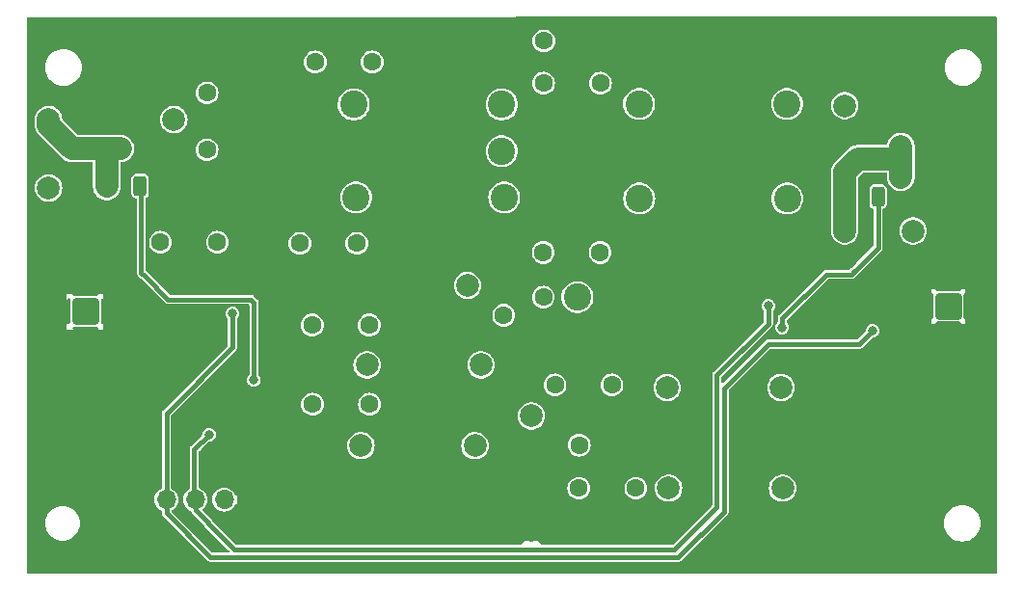
<source format=gbr>
%TF.GenerationSoftware,KiCad,Pcbnew,7.0.1*%
%TF.CreationDate,2023-11-10T11:44:35+00:00*%
%TF.ProjectId,Filter,46696c74-6572-42e6-9b69-6361645f7063,rev?*%
%TF.SameCoordinates,Original*%
%TF.FileFunction,Copper,L2,Bot*%
%TF.FilePolarity,Positive*%
%FSLAX45Y45*%
G04 Gerber Fmt 4.5, Leading zero omitted, Abs format (unit mm)*
G04 Created by KiCad (PCBNEW 7.0.1) date 2023-11-10 11:44:35*
%MOMM*%
%LPD*%
G01*
G04 APERTURE LIST*
G04 Aperture macros list*
%AMRoundRect*
0 Rectangle with rounded corners*
0 $1 Rounding radius*
0 $2 $3 $4 $5 $6 $7 $8 $9 X,Y pos of 4 corners*
0 Add a 4 corners polygon primitive as box body*
4,1,4,$2,$3,$4,$5,$6,$7,$8,$9,$2,$3,0*
0 Add four circle primitives for the rounded corners*
1,1,$1+$1,$2,$3*
1,1,$1+$1,$4,$5*
1,1,$1+$1,$6,$7*
1,1,$1+$1,$8,$9*
0 Add four rect primitives between the rounded corners*
20,1,$1+$1,$2,$3,$4,$5,0*
20,1,$1+$1,$4,$5,$6,$7,0*
20,1,$1+$1,$6,$7,$8,$9,0*
20,1,$1+$1,$8,$9,$2,$3,0*%
G04 Aperture macros list end*
%TA.AperFunction,ComponentPad*%
%ADD10C,2.000000*%
%TD*%
%TA.AperFunction,ComponentPad*%
%ADD11C,1.600000*%
%TD*%
%TA.AperFunction,ComponentPad*%
%ADD12RoundRect,0.200100X0.949900X-0.949900X0.949900X0.949900X-0.949900X0.949900X-0.949900X-0.949900X0*%
%TD*%
%TA.AperFunction,ComponentPad*%
%ADD13C,2.500000*%
%TD*%
%TA.AperFunction,ComponentPad*%
%ADD14RoundRect,0.200100X-0.949900X0.949900X-0.949900X-0.949900X0.949900X-0.949900X0.949900X0.949900X0*%
%TD*%
%TA.AperFunction,ComponentPad*%
%ADD15C,2.400000*%
%TD*%
%TA.AperFunction,ComponentPad*%
%ADD16R,1.700000X1.700000*%
%TD*%
%TA.AperFunction,ComponentPad*%
%ADD17O,1.700000X1.700000*%
%TD*%
%TA.AperFunction,SMDPad,CuDef*%
%ADD18RoundRect,0.250000X0.312500X0.625000X-0.312500X0.625000X-0.312500X-0.625000X0.312500X-0.625000X0*%
%TD*%
%TA.AperFunction,SMDPad,CuDef*%
%ADD19RoundRect,0.250000X-0.325000X-0.650000X0.325000X-0.650000X0.325000X0.650000X-0.325000X0.650000X0*%
%TD*%
%TA.AperFunction,SMDPad,CuDef*%
%ADD20RoundRect,0.250000X0.650000X-0.325000X0.650000X0.325000X-0.650000X0.325000X-0.650000X-0.325000X0*%
%TD*%
%TA.AperFunction,SMDPad,CuDef*%
%ADD21RoundRect,0.250000X0.625000X-0.312500X0.625000X0.312500X-0.625000X0.312500X-0.625000X-0.312500X0*%
%TD*%
%TA.AperFunction,SMDPad,CuDef*%
%ADD22RoundRect,0.250000X-0.312500X-0.625000X0.312500X-0.625000X0.312500X0.625000X-0.312500X0.625000X0*%
%TD*%
%TA.AperFunction,ViaPad*%
%ADD23C,0.800000*%
%TD*%
%TA.AperFunction,Conductor*%
%ADD24C,0.400000*%
%TD*%
%TA.AperFunction,Conductor*%
%ADD25C,2.000000*%
%TD*%
%TA.AperFunction,Conductor*%
%ADD26C,3.000000*%
%TD*%
G04 APERTURE END LIST*
D10*
%TO.P,L7,1,1*%
%TO.N,Net-(C9-Pad2)*%
X14641000Y-9243000D03*
%TO.P,L7,2,2*%
%TO.N,Net-(C10-Pad1)*%
X15641000Y-9243000D03*
%TD*%
%TO.P,L8,1,1*%
%TO.N,Net-(C10-Pad1)*%
X15523000Y-8546000D03*
%TO.P,L8,2,2*%
%TO.N,GND*%
X14523000Y-8546000D03*
%TD*%
D11*
%TO.P,C7,1*%
%TO.N,Net-(C7-Pad1)*%
X16189000Y-8648000D03*
%TO.P,C7,2*%
%TO.N,GND*%
X16189000Y-9148000D03*
%TD*%
D12*
%TO.P,J1,1,In*%
%TO.N,Net-(J1-In)*%
X12168000Y-8770000D03*
D13*
%TO.P,J1,2,Ext*%
%TO.N,GND*%
X11914000Y-9024000D03*
X12422000Y-9024000D03*
X11914000Y-8516000D03*
X12422000Y-8516000D03*
%TD*%
D11*
%TO.P,C6,1*%
%TO.N,Net-(C6-Pad1)*%
X14051000Y-8176000D03*
%TO.P,C6,2*%
%TO.N,Net-(C6-Pad2)*%
X14551000Y-8176000D03*
%TD*%
%TO.P,C9,1*%
%TO.N,Net-(U1-1B3)*%
X14160000Y-8893000D03*
%TO.P,C9,2*%
%TO.N,Net-(C9-Pad2)*%
X14660000Y-8893000D03*
%TD*%
%TO.P,C13,1*%
%TO.N,Net-(C13-Pad1)*%
X16504000Y-9949000D03*
%TO.P,C13,2*%
%TO.N,GND*%
X17004000Y-9949000D03*
%TD*%
%TO.P,C14,1*%
%TO.N,Net-(C13-Pad1)*%
X16501000Y-10327000D03*
%TO.P,C14,2*%
%TO.N,Net-(C14-Pad2)*%
X17001000Y-10327000D03*
%TD*%
D10*
%TO.P,T2,1,AA*%
%TO.N,Net-(T2-AA)*%
X18836000Y-6967000D03*
%TO.P,T2,2,AB*%
%TO.N,Net-(T2-AB)*%
X18836000Y-8067000D03*
%TO.P,T2,3,SA*%
%TO.N,GND*%
X19436000Y-6967000D03*
%TO.P,T2,4,SB*%
%TO.N,Net-(J4-In)*%
X19436000Y-8067000D03*
%TD*%
D11*
%TO.P,C2,1*%
%TO.N,Net-(C2-Pad1)*%
X14186000Y-6583000D03*
%TO.P,C2,2*%
%TO.N,Net-(C2-Pad2)*%
X14686000Y-6583000D03*
%TD*%
D14*
%TO.P,J4,1,In*%
%TO.N,Net-(J4-In)*%
X19745000Y-8727000D03*
D13*
%TO.P,J4,2,Ext*%
%TO.N,GND*%
X19999000Y-8473000D03*
X19491000Y-8473000D03*
X19999000Y-8981000D03*
X19491000Y-8981000D03*
%TD*%
D15*
%TO.P,L1,1,1*%
%TO.N,Net-(C2-Pad2)*%
X14524000Y-6956000D03*
%TO.P,L1,2,2*%
%TO.N,Net-(C3-Pad1)*%
X15824000Y-6956000D03*
%TD*%
%TO.P,L2,1,1*%
%TO.N,Net-(C3-Pad1)*%
X15823500Y-7366000D03*
%TO.P,L2,2,2*%
%TO.N,GND*%
X17123500Y-7366000D03*
%TD*%
D11*
%TO.P,C4,1*%
%TO.N,Net-(C3-Pad1)*%
X16191000Y-6769000D03*
%TO.P,C4,2*%
%TO.N,Net-(C4-Pad2)*%
X16691000Y-6769000D03*
%TD*%
D16*
%TO.P,J3,1,Pin_1*%
%TO.N,GND*%
X13640750Y-10426750D03*
D17*
%TO.P,J3,2,Pin_2*%
%TO.N,+5V*%
X13386750Y-10426750D03*
%TO.P,J3,3,Pin_3*%
%TO.N,Net-(J3-Pin_3)*%
X13132750Y-10426750D03*
%TO.P,J3,4,Pin_4*%
%TO.N,Net-(J3-Pin_4)*%
X12878750Y-10426750D03*
%TD*%
D11*
%TO.P,C5,1*%
%TO.N,Net-(U1-1B2)*%
X12827000Y-8167000D03*
%TO.P,C5,2*%
%TO.N,Net-(C5-Pad2)*%
X13327000Y-8167000D03*
%TD*%
%TO.P,C11,1*%
%TO.N,Net-(C10-Pad1)*%
X16291000Y-9419000D03*
%TO.P,C11,2*%
%TO.N,Net-(C11-Pad2)*%
X16791000Y-9419000D03*
%TD*%
D10*
%TO.P,T1,1,AA*%
%TO.N,Net-(T1-AA)*%
X12945000Y-7089000D03*
%TO.P,T1,2,AB*%
%TO.N,Net-(T1-AB)*%
X11845000Y-7089000D03*
%TO.P,T1,3,SA*%
%TO.N,GND*%
X12945000Y-7689000D03*
%TO.P,T1,4,SB*%
%TO.N,Net-(J1-In)*%
X11845000Y-7689000D03*
%TD*%
D15*
%TO.P,L4,1,1*%
%TO.N,Net-(C6-Pad2)*%
X14545000Y-7772000D03*
%TO.P,L4,2,2*%
%TO.N,Net-(C7-Pad1)*%
X15845000Y-7772000D03*
%TD*%
D11*
%TO.P,C1,1*%
%TO.N,Net-(U1-1B1)*%
X13236000Y-7355000D03*
%TO.P,C1,2*%
%TO.N,Net-(C1-Pad2)*%
X13236000Y-6855000D03*
%TD*%
%TO.P,C8,1*%
%TO.N,Net-(C7-Pad1)*%
X16188000Y-8256000D03*
%TO.P,C8,2*%
%TO.N,Net-(C8-Pad2)*%
X16688000Y-8256000D03*
%TD*%
%TO.P,C10,1*%
%TO.N,Net-(C10-Pad1)*%
X15841000Y-8807000D03*
%TO.P,C10,2*%
%TO.N,GND*%
X15841000Y-8307000D03*
%TD*%
D10*
%TO.P,L12,1,1*%
%TO.N,Net-(C14-Pad2)*%
X17289000Y-10325000D03*
%TO.P,L12,2,2*%
%TO.N,Net-(U2-1B4)*%
X18289000Y-10325000D03*
%TD*%
D15*
%TO.P,L3,1,1*%
%TO.N,Net-(C4-Pad2)*%
X17030000Y-6951000D03*
%TO.P,L3,2,2*%
%TO.N,Net-(U2-1B1)*%
X18330000Y-6951000D03*
%TD*%
D10*
%TO.P,L10,1,1*%
%TO.N,Net-(C12-Pad2)*%
X14588000Y-9952000D03*
%TO.P,L10,2,2*%
%TO.N,Net-(C13-Pad1)*%
X15588000Y-9952000D03*
%TD*%
%TO.P,L11,1,1*%
%TO.N,Net-(C13-Pad1)*%
X16084000Y-9692000D03*
%TO.P,L11,2,2*%
%TO.N,GND*%
X16084000Y-10692000D03*
%TD*%
D11*
%TO.P,C12,1*%
%TO.N,Net-(U1-1B4)*%
X14162000Y-9589000D03*
%TO.P,C12,2*%
%TO.N,Net-(C12-Pad2)*%
X14662000Y-9589000D03*
%TD*%
%TO.P,C3,1*%
%TO.N,Net-(C3-Pad1)*%
X16193000Y-6398000D03*
%TO.P,C3,2*%
%TO.N,GND*%
X16693000Y-6398000D03*
%TD*%
D15*
%TO.P,L5,1,1*%
%TO.N,Net-(C7-Pad1)*%
X16488000Y-8649000D03*
%TO.P,L5,2,2*%
%TO.N,GND*%
X17788000Y-8649000D03*
%TD*%
%TO.P,L6,1,1*%
%TO.N,Net-(C8-Pad2)*%
X17031000Y-7782000D03*
%TO.P,L6,2,2*%
%TO.N,Net-(U2-1B2)*%
X18331000Y-7782000D03*
%TD*%
D10*
%TO.P,L9,1,1*%
%TO.N,Net-(C11-Pad2)*%
X17276000Y-9443000D03*
%TO.P,L9,2,2*%
%TO.N,Net-(U2-1B3)*%
X18276000Y-9443000D03*
%TD*%
D18*
%TO.P,R1,1*%
%TO.N,+5V*%
X12647750Y-7672125D03*
%TO.P,R1,2*%
%TO.N,Net-(T1-AB)*%
X12355250Y-7672125D03*
%TD*%
%TO.P,R3,1*%
%TO.N,+5V*%
X19127000Y-7766000D03*
%TO.P,R3,2*%
%TO.N,Net-(T2-AB)*%
X18834500Y-7766000D03*
%TD*%
D19*
%TO.P,C18,1*%
%TO.N,Net-(T2-AB)*%
X19329000Y-7324000D03*
%TO.P,C18,2*%
%TO.N,GND*%
X19624000Y-7324000D03*
%TD*%
D20*
%TO.P,C16,1*%
%TO.N,Net-(T1-AB)*%
X12477250Y-7343375D03*
%TO.P,C16,2*%
%TO.N,GND*%
X12477250Y-7048375D03*
%TD*%
D21*
%TO.P,R2,1*%
%TO.N,Net-(T1-AB)*%
X12217250Y-7338875D03*
%TO.P,R2,2*%
%TO.N,GND*%
X12217250Y-7046375D03*
%TD*%
D22*
%TO.P,R4,1*%
%TO.N,Net-(T2-AB)*%
X19328500Y-7597000D03*
%TO.P,R4,2*%
%TO.N,GND*%
X19621000Y-7597000D03*
%TD*%
D23*
%TO.N,+5V*%
X18286500Y-8914000D03*
X13647375Y-9377000D03*
%TO.N,Net-(J3-Pin_4)*%
X19078500Y-8945000D03*
X13459125Y-8793250D03*
%TO.N,Net-(J3-Pin_3)*%
X18164500Y-8725000D03*
X13253125Y-9856250D03*
%TD*%
D24*
%TO.N,Net-(J3-Pin_3)*%
X13132750Y-10426750D02*
X13132750Y-10514750D01*
X13132750Y-10514750D02*
X13244750Y-10626750D01*
X13244750Y-10626750D02*
X13244750Y-10632750D01*
X18164500Y-8879500D02*
X18164500Y-8725000D01*
X13244750Y-10632750D02*
X13478000Y-10866000D01*
X13478000Y-10866000D02*
X17340000Y-10866000D01*
X17340000Y-10866000D02*
X17711000Y-10495000D01*
X17711000Y-10495000D02*
X17711000Y-9333000D01*
X17711000Y-9333000D02*
X18164500Y-8879500D01*
%TO.N,Net-(J3-Pin_4)*%
X19078500Y-8945000D02*
X18962500Y-9061000D01*
X12878750Y-10544750D02*
X12878750Y-10426750D01*
X18962500Y-9061000D02*
X18165000Y-9061000D01*
X18165000Y-9061000D02*
X17776000Y-9450000D01*
X17776000Y-9450000D02*
X17776000Y-10531000D01*
X17776000Y-10531000D02*
X17374000Y-10933000D01*
X17374000Y-10933000D02*
X13267000Y-10933000D01*
X13267000Y-10933000D02*
X12878750Y-10544750D01*
D25*
%TO.N,Net-(T2-AB)*%
X19328500Y-7597000D02*
X19328500Y-7449500D01*
X19329000Y-7596500D02*
X19328500Y-7597000D01*
X18836000Y-7767500D02*
X18834500Y-7766000D01*
X19329000Y-7324000D02*
X19329000Y-7596500D01*
X18834500Y-7547500D02*
X18834500Y-7766000D01*
X18836000Y-8067000D02*
X18836000Y-7767500D01*
X19328500Y-7449500D02*
X19311000Y-7432000D01*
X19311000Y-7432000D02*
X18950000Y-7432000D01*
X18950000Y-7432000D02*
X18834500Y-7547500D01*
%TO.N,GND*%
X15649000Y-8216000D02*
X15895000Y-8462000D01*
X15702000Y-8080000D02*
X15948000Y-8326000D01*
X19354000Y-7103000D02*
X19600000Y-6857000D01*
X19491000Y-8473000D02*
X19999000Y-8473000D01*
X19299000Y-8478000D02*
X19807000Y-8478000D01*
X12367000Y-7083000D02*
X12137000Y-7083000D01*
X16303000Y-9090000D02*
X16073000Y-9090000D01*
X14574000Y-8414000D02*
X14328000Y-8660000D01*
X13077000Y-7600000D02*
X12847000Y-7600000D01*
X20071000Y-8835000D02*
X20071000Y-8327000D01*
X17929000Y-8634000D02*
X17660000Y-8903000D01*
D26*
X12422000Y-8516000D02*
X12371000Y-8465000D01*
D25*
X16187000Y-10691000D02*
X15957000Y-10691000D01*
X19594000Y-7736000D02*
X19594000Y-7228000D01*
X19473000Y-7109000D02*
X19719000Y-6863000D01*
X19341000Y-8367000D02*
X19849000Y-8367000D01*
X17929000Y-8519000D02*
X17929000Y-8634000D01*
X17114000Y-9880000D02*
X16884000Y-9880000D01*
X20073000Y-9285000D02*
X20073000Y-8777000D01*
D26*
X11851000Y-9084000D02*
X11851000Y-8488000D01*
D25*
X13603000Y-10318000D02*
X13603000Y-10548000D01*
X19492000Y-9043000D02*
X19492000Y-8535000D01*
D26*
X12478000Y-9082000D02*
X11882000Y-9082000D01*
D25*
X16811000Y-6481000D02*
X16581000Y-6481000D01*
D26*
X12371000Y-8465000D02*
X11907000Y-8465000D01*
D25*
X19490000Y-8981000D02*
X19998000Y-8981000D01*
X19993000Y-8776000D02*
X19993000Y-8268000D01*
X16178000Y-10607000D02*
X15948000Y-10607000D01*
X16819000Y-6347000D02*
X16589000Y-6347000D01*
X17824000Y-8479000D02*
X17578000Y-8725000D01*
X12568000Y-7000000D02*
X12338000Y-7000000D01*
X17199000Y-7171000D02*
X16953000Y-7417000D01*
X12370000Y-6998000D02*
X12140000Y-6998000D01*
X19478000Y-6797000D02*
X19232000Y-7043000D01*
X17099000Y-9988000D02*
X16869000Y-9988000D01*
D26*
X12470000Y-9080000D02*
X12470000Y-8484000D01*
D25*
X19991000Y-9217000D02*
X19991000Y-8709000D01*
X17331000Y-7274000D02*
X17085000Y-7520000D01*
X13726000Y-10318000D02*
X13726000Y-10548000D01*
X16288000Y-9195000D02*
X16058000Y-9195000D01*
X19484000Y-9127000D02*
X19992000Y-9127000D01*
X19712000Y-7722000D02*
X19712000Y-7214000D01*
X14736000Y-8439000D02*
X14490000Y-8685000D01*
X13078000Y-7749000D02*
X12848000Y-7749000D01*
X12590000Y-7081000D02*
X12360000Y-7081000D01*
X19407000Y-9083000D02*
X19407000Y-8575000D01*
D24*
%TO.N,+5V*%
X12658000Y-8431250D02*
X12658000Y-8032000D01*
X13621125Y-8668250D02*
X12895000Y-8668250D01*
X18286500Y-8914000D02*
X18286500Y-8835000D01*
X13647375Y-9377000D02*
X13647375Y-8694500D01*
X12895000Y-8668250D02*
X12683750Y-8457000D01*
X12683750Y-8457000D02*
X12658000Y-8431250D01*
X12647750Y-7672125D02*
X12658000Y-7682375D01*
X18286500Y-8835000D02*
X18673500Y-8448000D01*
X18673500Y-8448000D02*
X18893500Y-8448000D01*
X18898750Y-8442750D02*
X19127000Y-8214500D01*
X18893500Y-8448000D02*
X18919500Y-8422000D01*
X12704875Y-8478125D02*
X12683750Y-8457000D01*
X19127000Y-8214500D02*
X19127000Y-7766000D01*
X12658000Y-7682375D02*
X12658000Y-8048000D01*
X13647375Y-8694500D02*
X13621125Y-8668250D01*
D25*
%TO.N,Net-(T1-AB)*%
X11845000Y-7137375D02*
X12051000Y-7343375D01*
X12355750Y-7343375D02*
X12354750Y-7344375D01*
X12051000Y-7343375D02*
X12477250Y-7343375D01*
X12354750Y-7344375D02*
X12354750Y-7676375D01*
X11845000Y-7089000D02*
X11845000Y-7137375D01*
D24*
%TO.N,Net-(J3-Pin_4)*%
X13460000Y-9087000D02*
X12878750Y-9668250D01*
X12989000Y-9558000D02*
X12878750Y-9668250D01*
X12878750Y-9668250D02*
X12878750Y-9696000D01*
X13460000Y-8794125D02*
X13460000Y-9087000D01*
X13459125Y-8793250D02*
X13460000Y-8794125D01*
X12878750Y-9668250D02*
X12878750Y-10426750D01*
%TO.N,Net-(J3-Pin_3)*%
X13253125Y-9856250D02*
X13122750Y-9986625D01*
X13122750Y-9986625D02*
X13122750Y-10416750D01*
X13253125Y-9856250D02*
X13257125Y-9860250D01*
X13122750Y-10416750D02*
X13132750Y-10426750D01*
X13253125Y-9856250D02*
X13259125Y-9856250D01*
%TD*%
%TA.AperFunction,Conductor*%
%TO.N,GND*%
G36*
X20166743Y-6185670D02*
G01*
X20171287Y-6190209D01*
X20172950Y-6196413D01*
X20172950Y-8378013D01*
X20171289Y-8384213D01*
X20166750Y-8388752D01*
X20160550Y-8390413D01*
X20154350Y-8388752D01*
X20149811Y-8384213D01*
X20143997Y-8374143D01*
X20139213Y-8368143D01*
X20034355Y-8473000D01*
X20034355Y-8473000D01*
X20139212Y-8577857D01*
X20143997Y-8571857D01*
X20149811Y-8561787D01*
X20154350Y-8557248D01*
X20160550Y-8555587D01*
X20166750Y-8557248D01*
X20171289Y-8561787D01*
X20172950Y-8567987D01*
X20172950Y-8886013D01*
X20171289Y-8892213D01*
X20166750Y-8896752D01*
X20160550Y-8898413D01*
X20154350Y-8896752D01*
X20149811Y-8892213D01*
X20143997Y-8882143D01*
X20139213Y-8876143D01*
X20034355Y-8981000D01*
X20034355Y-8981000D01*
X20139212Y-9085857D01*
X20143997Y-9079857D01*
X20149811Y-9069787D01*
X20154350Y-9065248D01*
X20160550Y-9063587D01*
X20166750Y-9065248D01*
X20171289Y-9069787D01*
X20172950Y-9075987D01*
X20172950Y-11064550D01*
X20171289Y-11070750D01*
X20166750Y-11075289D01*
X20160550Y-11076950D01*
X11664400Y-11076950D01*
X11658200Y-11075289D01*
X11653661Y-11070750D01*
X11652000Y-11064550D01*
X11652000Y-10634000D01*
X11814480Y-10634000D01*
X11816358Y-10657860D01*
X11821945Y-10681131D01*
X11826447Y-10692000D01*
X11831103Y-10703243D01*
X11839005Y-10716137D01*
X11843609Y-10723649D01*
X11859152Y-10741848D01*
X11877351Y-10757391D01*
X11877351Y-10757391D01*
X11877351Y-10757391D01*
X11897757Y-10769897D01*
X11913363Y-10776361D01*
X11919869Y-10779055D01*
X11927221Y-10780820D01*
X11943141Y-10784642D01*
X11967000Y-10786520D01*
X11990859Y-10784642D01*
X12014131Y-10779055D01*
X12036243Y-10769897D01*
X12056649Y-10757391D01*
X12074848Y-10741848D01*
X12090391Y-10723649D01*
X12102896Y-10703243D01*
X12112055Y-10681131D01*
X12117642Y-10657859D01*
X12119520Y-10634000D01*
X12117642Y-10610141D01*
X12112055Y-10586869D01*
X12102896Y-10564757D01*
X12090391Y-10544351D01*
X12090391Y-10544351D01*
X12090391Y-10544351D01*
X12074848Y-10526152D01*
X12056649Y-10510609D01*
X12041607Y-10501391D01*
X12036243Y-10498104D01*
X12028075Y-10494720D01*
X12014131Y-10488945D01*
X11990859Y-10483358D01*
X11967000Y-10481480D01*
X11943140Y-10483358D01*
X11919869Y-10488945D01*
X11897757Y-10498104D01*
X11877351Y-10510609D01*
X11859152Y-10526152D01*
X11843609Y-10544351D01*
X11831104Y-10564757D01*
X11821945Y-10586869D01*
X11816358Y-10610140D01*
X11814480Y-10634000D01*
X11652000Y-10634000D01*
X11652000Y-10426750D01*
X12773192Y-10426750D01*
X12775220Y-10447343D01*
X12775220Y-10447343D01*
X12781227Y-10467145D01*
X12790981Y-10485395D01*
X12794901Y-10490171D01*
X12804109Y-10501391D01*
X12810758Y-10506848D01*
X12820105Y-10514519D01*
X12832145Y-10520954D01*
X12836936Y-10525515D01*
X12838700Y-10531890D01*
X12838700Y-10551094D01*
X12839385Y-10553201D01*
X12839839Y-10555092D01*
X12840185Y-10557280D01*
X12841191Y-10559254D01*
X12841936Y-10561052D01*
X12842620Y-10563159D01*
X12843923Y-10564951D01*
X12844939Y-10566610D01*
X12845945Y-10568584D01*
X12845945Y-10568584D01*
X12845945Y-10568584D01*
X12847578Y-10570218D01*
X12847580Y-10570219D01*
X13234195Y-10956834D01*
X13243166Y-10965805D01*
X13245139Y-10966811D01*
X13246799Y-10967828D01*
X13247184Y-10968107D01*
X13248591Y-10969130D01*
X13250698Y-10969814D01*
X13252496Y-10970559D01*
X13254470Y-10971565D01*
X13256658Y-10971911D01*
X13258549Y-10972365D01*
X13260657Y-10973050D01*
X13263848Y-10973050D01*
X13273343Y-10973050D01*
X17367657Y-10973050D01*
X17377152Y-10973050D01*
X17380343Y-10973050D01*
X17382450Y-10972366D01*
X17384341Y-10971911D01*
X17386530Y-10971565D01*
X17388504Y-10970559D01*
X17390302Y-10969814D01*
X17392409Y-10969130D01*
X17394202Y-10967827D01*
X17395860Y-10966811D01*
X17397834Y-10965805D01*
X17398667Y-10964972D01*
X17398668Y-10964971D01*
X17730640Y-10633000D01*
X19707103Y-10633000D01*
X19709084Y-10658170D01*
X19714978Y-10682720D01*
X19724639Y-10706046D01*
X19735676Y-10724056D01*
X19737831Y-10727573D01*
X19754229Y-10746772D01*
X19773427Y-10763169D01*
X19774191Y-10763637D01*
X19794954Y-10776361D01*
X19818280Y-10786022D01*
X19818280Y-10786022D01*
X19818280Y-10786022D01*
X19842830Y-10791916D01*
X19868000Y-10793897D01*
X19893170Y-10791916D01*
X19917720Y-10786022D01*
X19917720Y-10786022D01*
X19917720Y-10786022D01*
X19941046Y-10776361D01*
X19946214Y-10773193D01*
X19962573Y-10763169D01*
X19981772Y-10746772D01*
X19998169Y-10727573D01*
X20011361Y-10706046D01*
X20011361Y-10706046D01*
X20021022Y-10682720D01*
X20021067Y-10682536D01*
X20026916Y-10658170D01*
X20028897Y-10633000D01*
X20026916Y-10607830D01*
X20021022Y-10583280D01*
X20021022Y-10583280D01*
X20021022Y-10583280D01*
X20011361Y-10559954D01*
X20002866Y-10546092D01*
X19998169Y-10538427D01*
X19981772Y-10519229D01*
X19962573Y-10502831D01*
X19956519Y-10499122D01*
X19941046Y-10489639D01*
X19917720Y-10479978D01*
X19893170Y-10474084D01*
X19868000Y-10472103D01*
X19842830Y-10474084D01*
X19818280Y-10479978D01*
X19794954Y-10489639D01*
X19773427Y-10502831D01*
X19754229Y-10519229D01*
X19737831Y-10538427D01*
X19724639Y-10559954D01*
X19714978Y-10583280D01*
X19709084Y-10607830D01*
X19707103Y-10633000D01*
X17730640Y-10633000D01*
X17807971Y-10555668D01*
X17807972Y-10555667D01*
X17808805Y-10554834D01*
X17809811Y-10552860D01*
X17810827Y-10551202D01*
X17812130Y-10549409D01*
X17812814Y-10547301D01*
X17813559Y-10545504D01*
X17814565Y-10543531D01*
X17814565Y-10543531D01*
X17814565Y-10543530D01*
X17814911Y-10541342D01*
X17815365Y-10539451D01*
X17816050Y-10537343D01*
X17816050Y-10524657D01*
X17816050Y-10325000D01*
X18168436Y-10325000D01*
X18170489Y-10347154D01*
X18176577Y-10368553D01*
X18186494Y-10388469D01*
X18199902Y-10406224D01*
X18216344Y-10421212D01*
X18235260Y-10432925D01*
X18235260Y-10432925D01*
X18235260Y-10432925D01*
X18256006Y-10440962D01*
X18277876Y-10445050D01*
X18300124Y-10445050D01*
X18300124Y-10445050D01*
X18321994Y-10440962D01*
X18342740Y-10432925D01*
X18361656Y-10421212D01*
X18378098Y-10406224D01*
X18391506Y-10388469D01*
X18401423Y-10368553D01*
X18401550Y-10368105D01*
X18403712Y-10360509D01*
X18407512Y-10347154D01*
X18409564Y-10325000D01*
X18407512Y-10302846D01*
X18403437Y-10288527D01*
X18401423Y-10281447D01*
X18391506Y-10261531D01*
X18378098Y-10243776D01*
X18361656Y-10228788D01*
X18342740Y-10217075D01*
X18336617Y-10214703D01*
X18321994Y-10209038D01*
X18300124Y-10204950D01*
X18277876Y-10204950D01*
X18256006Y-10209038D01*
X18256006Y-10209038D01*
X18235260Y-10217075D01*
X18216344Y-10228788D01*
X18199902Y-10243776D01*
X18186494Y-10261531D01*
X18176577Y-10281447D01*
X18170489Y-10302846D01*
X18168436Y-10325000D01*
X17816050Y-10325000D01*
X17816050Y-9471726D01*
X17816994Y-9466980D01*
X17819682Y-9462957D01*
X17839639Y-9443000D01*
X18155436Y-9443000D01*
X18157489Y-9465154D01*
X18163577Y-9486553D01*
X18173494Y-9506469D01*
X18186902Y-9524224D01*
X18203344Y-9539212D01*
X18222260Y-9550925D01*
X18222260Y-9550925D01*
X18222260Y-9550925D01*
X18243006Y-9558962D01*
X18264876Y-9563050D01*
X18287124Y-9563050D01*
X18287124Y-9563050D01*
X18308994Y-9558962D01*
X18329740Y-9550925D01*
X18348656Y-9539212D01*
X18365098Y-9524224D01*
X18378506Y-9506469D01*
X18388423Y-9486553D01*
X18394512Y-9465154D01*
X18396564Y-9443000D01*
X18394512Y-9420846D01*
X18390653Y-9407284D01*
X18388423Y-9399447D01*
X18378506Y-9379531D01*
X18365098Y-9361776D01*
X18348656Y-9346788D01*
X18329740Y-9335075D01*
X18321905Y-9332040D01*
X18308994Y-9327038D01*
X18287124Y-9322950D01*
X18264876Y-9322950D01*
X18245047Y-9326657D01*
X18243006Y-9327038D01*
X18222260Y-9335075D01*
X18203344Y-9346788D01*
X18186902Y-9361776D01*
X18173494Y-9379531D01*
X18163577Y-9399447D01*
X18157489Y-9420846D01*
X18155436Y-9443000D01*
X17839639Y-9443000D01*
X18161367Y-9121272D01*
X19386083Y-9121272D01*
X19403255Y-9132979D01*
X19426886Y-9144360D01*
X19451950Y-9152091D01*
X19477886Y-9156000D01*
X19504114Y-9156000D01*
X19530050Y-9152091D01*
X19555114Y-9144360D01*
X19578746Y-9132979D01*
X19595917Y-9121272D01*
X19894083Y-9121272D01*
X19911255Y-9132979D01*
X19934886Y-9144360D01*
X19959950Y-9152091D01*
X19985886Y-9156000D01*
X20012114Y-9156000D01*
X20038050Y-9152091D01*
X20063114Y-9144360D01*
X20086746Y-9132979D01*
X20103917Y-9121272D01*
X19999000Y-9016355D01*
X19999000Y-9016355D01*
X19894083Y-9121272D01*
X19595917Y-9121272D01*
X19491000Y-9016355D01*
X19491000Y-9016355D01*
X19386083Y-9121272D01*
X18161367Y-9121272D01*
X18177957Y-9104682D01*
X18181980Y-9101994D01*
X18186726Y-9101050D01*
X18968843Y-9101050D01*
X18970950Y-9100366D01*
X18972841Y-9099911D01*
X18975030Y-9099565D01*
X18977004Y-9098559D01*
X18978802Y-9097814D01*
X18980909Y-9097130D01*
X18982702Y-9095827D01*
X18984360Y-9094811D01*
X18986334Y-9093805D01*
X18987167Y-9092972D01*
X18987168Y-9092971D01*
X19006097Y-9074043D01*
X19070999Y-9009140D01*
X19074283Y-9006787D01*
X19078149Y-9005614D01*
X19078500Y-9005568D01*
X19078500Y-9005568D01*
X19094176Y-9003504D01*
X19108784Y-8997454D01*
X19121328Y-8987828D01*
X19126568Y-8981000D01*
X19315509Y-8981000D01*
X19317469Y-9007155D01*
X19323306Y-9032727D01*
X19332888Y-9057142D01*
X19346003Y-9079857D01*
X19350787Y-9085857D01*
X19350787Y-9085857D01*
X19455645Y-8981000D01*
X19455645Y-8981000D01*
X19350787Y-8876143D01*
X19346003Y-8882142D01*
X19332888Y-8904858D01*
X19323306Y-8929273D01*
X19317469Y-8954845D01*
X19315509Y-8981000D01*
X19126568Y-8981000D01*
X19130954Y-8975284D01*
X19137004Y-8960676D01*
X19139068Y-8945000D01*
X19137004Y-8929324D01*
X19130954Y-8914716D01*
X19129340Y-8912613D01*
X19121328Y-8902172D01*
X19108784Y-8892546D01*
X19094176Y-8886496D01*
X19078500Y-8884432D01*
X19062824Y-8886496D01*
X19048216Y-8892546D01*
X19035672Y-8902172D01*
X19026046Y-8914716D01*
X19019996Y-8929324D01*
X19017886Y-8945351D01*
X19016713Y-8949217D01*
X19014360Y-8952501D01*
X18949543Y-9017318D01*
X18945520Y-9020006D01*
X18940775Y-9020950D01*
X18158657Y-9020950D01*
X18156549Y-9021635D01*
X18154658Y-9022089D01*
X18152469Y-9022435D01*
X18150495Y-9023441D01*
X18148699Y-9024185D01*
X18146591Y-9024870D01*
X18144798Y-9026173D01*
X18143140Y-9027189D01*
X18141166Y-9028195D01*
X18138910Y-9030451D01*
X17772218Y-9397143D01*
X17767282Y-9400168D01*
X17761510Y-9400622D01*
X17756162Y-9398406D01*
X17752402Y-9394004D01*
X17751050Y-9388375D01*
X17751050Y-9354726D01*
X17751994Y-9349980D01*
X17754682Y-9345957D01*
X18186639Y-8914000D01*
X18225932Y-8914000D01*
X18227996Y-8929676D01*
X18234046Y-8944284D01*
X18243672Y-8956828D01*
X18256216Y-8966454D01*
X18270824Y-8972504D01*
X18286500Y-8974568D01*
X18302176Y-8972504D01*
X18316784Y-8966454D01*
X18329328Y-8956828D01*
X18338954Y-8944284D01*
X18345004Y-8929676D01*
X18347068Y-8914000D01*
X18345004Y-8898324D01*
X18338954Y-8883716D01*
X18331254Y-8873681D01*
X18329112Y-8870891D01*
X18327208Y-8867328D01*
X18326550Y-8863342D01*
X18326550Y-8856726D01*
X18327494Y-8851980D01*
X18330182Y-8847957D01*
X18337412Y-8840728D01*
X19386083Y-8840728D01*
X19631212Y-9085857D01*
X19635997Y-9079857D01*
X19649112Y-9057142D01*
X19658694Y-9032727D01*
X19664531Y-9007155D01*
X19666491Y-8981000D01*
X19664531Y-8954845D01*
X19658694Y-8929273D01*
X19649112Y-8904858D01*
X19635533Y-8881338D01*
X19635608Y-8881294D01*
X19633530Y-8876799D01*
X19633808Y-8870908D01*
X19636776Y-8865812D01*
X19641763Y-8862663D01*
X19645881Y-8862320D01*
X19645881Y-8862050D01*
X19646857Y-8862050D01*
X19646857Y-8862050D01*
X19745005Y-8862050D01*
X19844119Y-8862050D01*
X19844119Y-8862321D01*
X19848233Y-8862661D01*
X19853221Y-8865809D01*
X19856191Y-8870905D01*
X19856470Y-8876797D01*
X19854392Y-8881294D01*
X19854467Y-8881338D01*
X19840888Y-8904858D01*
X19831306Y-8929273D01*
X19825469Y-8954845D01*
X19823509Y-8981000D01*
X19825469Y-9007155D01*
X19831306Y-9032727D01*
X19840888Y-9057142D01*
X19854003Y-9079857D01*
X19858787Y-9085857D01*
X19999000Y-8945645D01*
X20103917Y-8840728D01*
X20086745Y-8829021D01*
X20063114Y-8817640D01*
X20038050Y-8809909D01*
X20012114Y-8806000D01*
X19985886Y-8806000D01*
X19959950Y-8809909D01*
X19934886Y-8817640D01*
X19911255Y-8829021D01*
X19899308Y-8837166D01*
X19893969Y-8839210D01*
X19888280Y-8838643D01*
X19883451Y-8835583D01*
X19880507Y-8830681D01*
X19880162Y-8826119D01*
X19880050Y-8826119D01*
X19880050Y-8627881D01*
X19880162Y-8627881D01*
X19880507Y-8623319D01*
X19883450Y-8618418D01*
X19888280Y-8615357D01*
X19893969Y-8614789D01*
X19899308Y-8616834D01*
X19911255Y-8624980D01*
X19934886Y-8636360D01*
X19959950Y-8644091D01*
X19985886Y-8648000D01*
X20012114Y-8648000D01*
X20038050Y-8644091D01*
X20063114Y-8636360D01*
X20086746Y-8624979D01*
X20103917Y-8613272D01*
X19999000Y-8508355D01*
X19858787Y-8368143D01*
X19854003Y-8374143D01*
X19840888Y-8396858D01*
X19831306Y-8421273D01*
X19825469Y-8446845D01*
X19823509Y-8473000D01*
X19825469Y-8499155D01*
X19831306Y-8524727D01*
X19840888Y-8549142D01*
X19854467Y-8572662D01*
X19854392Y-8572706D01*
X19856470Y-8577200D01*
X19856193Y-8583090D01*
X19853226Y-8588186D01*
X19848241Y-8591336D01*
X19844119Y-8591680D01*
X19844119Y-8591950D01*
X19843143Y-8591950D01*
X19744995Y-8591950D01*
X19645881Y-8591950D01*
X19645881Y-8591680D01*
X19641761Y-8591337D01*
X19636775Y-8588187D01*
X19633808Y-8583091D01*
X19633530Y-8577200D01*
X19635608Y-8572706D01*
X19635533Y-8572662D01*
X19649112Y-8549142D01*
X19658694Y-8524727D01*
X19664531Y-8499155D01*
X19666491Y-8473000D01*
X19664531Y-8446845D01*
X19658694Y-8421273D01*
X19649112Y-8396858D01*
X19635997Y-8374143D01*
X19631213Y-8368143D01*
X19491000Y-8508355D01*
X19386083Y-8613272D01*
X19403255Y-8624979D01*
X19426886Y-8636360D01*
X19451950Y-8644091D01*
X19477886Y-8648000D01*
X19504114Y-8648000D01*
X19530050Y-8644091D01*
X19555114Y-8636360D01*
X19578746Y-8624979D01*
X19590692Y-8616835D01*
X19596030Y-8614790D01*
X19601719Y-8615357D01*
X19606549Y-8618417D01*
X19609492Y-8623318D01*
X19609838Y-8627881D01*
X19609950Y-8627881D01*
X19609950Y-8826119D01*
X19609838Y-8826119D01*
X19609493Y-8830681D01*
X19606549Y-8835583D01*
X19601720Y-8838643D01*
X19596031Y-8839210D01*
X19590692Y-8837166D01*
X19578746Y-8829021D01*
X19555114Y-8817640D01*
X19530050Y-8809909D01*
X19504114Y-8806000D01*
X19477886Y-8806000D01*
X19451950Y-8809909D01*
X19426886Y-8817640D01*
X19403255Y-8829021D01*
X19386083Y-8840728D01*
X18337412Y-8840728D01*
X18686457Y-8491682D01*
X18690480Y-8488994D01*
X18695225Y-8488050D01*
X18899843Y-8488050D01*
X18901950Y-8487366D01*
X18903841Y-8486911D01*
X18906030Y-8486565D01*
X18908004Y-8485559D01*
X18909802Y-8484814D01*
X18911909Y-8484130D01*
X18913702Y-8482827D01*
X18915360Y-8481811D01*
X18917334Y-8480805D01*
X18918167Y-8479972D01*
X18918168Y-8479971D01*
X18925139Y-8473000D01*
X19315509Y-8473000D01*
X19317469Y-8499155D01*
X19323306Y-8524727D01*
X19332888Y-8549142D01*
X19346003Y-8571857D01*
X19350787Y-8577857D01*
X19350787Y-8577857D01*
X19455645Y-8473000D01*
X19455645Y-8473000D01*
X19350787Y-8368143D01*
X19346003Y-8374142D01*
X19332888Y-8396858D01*
X19323306Y-8421273D01*
X19317469Y-8446845D01*
X19315509Y-8473000D01*
X18925139Y-8473000D01*
X18933866Y-8464273D01*
X18950048Y-8448091D01*
X18950048Y-8448091D01*
X19065411Y-8332728D01*
X19386083Y-8332728D01*
X19491000Y-8437645D01*
X19491000Y-8437645D01*
X19595917Y-8332728D01*
X19894083Y-8332728D01*
X19999000Y-8437645D01*
X19999000Y-8437645D01*
X20103917Y-8332728D01*
X20086745Y-8321020D01*
X20063114Y-8309640D01*
X20038050Y-8301909D01*
X20012114Y-8298000D01*
X19985886Y-8298000D01*
X19959950Y-8301909D01*
X19934886Y-8309640D01*
X19911255Y-8321021D01*
X19894083Y-8332728D01*
X19595917Y-8332728D01*
X19578745Y-8321020D01*
X19555114Y-8309640D01*
X19530050Y-8301909D01*
X19504114Y-8298000D01*
X19477886Y-8298000D01*
X19451950Y-8301909D01*
X19426886Y-8309640D01*
X19403255Y-8321021D01*
X19386083Y-8332728D01*
X19065411Y-8332728D01*
X19157548Y-8240591D01*
X19160356Y-8237783D01*
X19160640Y-8236696D01*
X19160811Y-8236359D01*
X19161827Y-8234701D01*
X19163130Y-8232909D01*
X19163814Y-8230802D01*
X19164558Y-8229005D01*
X19165565Y-8227030D01*
X19165911Y-8224841D01*
X19166365Y-8222950D01*
X19167050Y-8220843D01*
X19167050Y-8218679D01*
X19167050Y-8218678D01*
X19167050Y-8067000D01*
X19315436Y-8067000D01*
X19317489Y-8089154D01*
X19323577Y-8110553D01*
X19333494Y-8130469D01*
X19346902Y-8148224D01*
X19363344Y-8163212D01*
X19382260Y-8174924D01*
X19382260Y-8174924D01*
X19382260Y-8174925D01*
X19403006Y-8182962D01*
X19424876Y-8187050D01*
X19447124Y-8187050D01*
X19447124Y-8187050D01*
X19468994Y-8182962D01*
X19489740Y-8174925D01*
X19508656Y-8163212D01*
X19525098Y-8148224D01*
X19538506Y-8130469D01*
X19548423Y-8110553D01*
X19554512Y-8089154D01*
X19556564Y-8067000D01*
X19554512Y-8044846D01*
X19549960Y-8028848D01*
X19548423Y-8023447D01*
X19538506Y-8003531D01*
X19525098Y-7985776D01*
X19508656Y-7970787D01*
X19489740Y-7959075D01*
X19483617Y-7956703D01*
X19468994Y-7951038D01*
X19447124Y-7946950D01*
X19424876Y-7946950D01*
X19403006Y-7951038D01*
X19403006Y-7951038D01*
X19382260Y-7959075D01*
X19363344Y-7970787D01*
X19346902Y-7985776D01*
X19333494Y-8003531D01*
X19323577Y-8023447D01*
X19317489Y-8044846D01*
X19315436Y-8067000D01*
X19167050Y-8067000D01*
X19167050Y-7881947D01*
X19168085Y-7876989D01*
X19171016Y-7872857D01*
X19175355Y-7870243D01*
X19179538Y-7868779D01*
X19179538Y-7868779D01*
X19179538Y-7868779D01*
X19190465Y-7860715D01*
X19198529Y-7849788D01*
X19198529Y-7849788D01*
X19203015Y-7836970D01*
X19203300Y-7833927D01*
X19203300Y-7698073D01*
X19203015Y-7695030D01*
X19198529Y-7682212D01*
X19198529Y-7682211D01*
X19190465Y-7671285D01*
X19179538Y-7663221D01*
X19166720Y-7658735D01*
X19163677Y-7658450D01*
X19163677Y-7658450D01*
X19090323Y-7658450D01*
X19090323Y-7658450D01*
X19087280Y-7658735D01*
X19074462Y-7663221D01*
X19063535Y-7671285D01*
X19055471Y-7682211D01*
X19050985Y-7695030D01*
X19050700Y-7698073D01*
X19050700Y-7833927D01*
X19050985Y-7836970D01*
X19055471Y-7849788D01*
X19063535Y-7860715D01*
X19074462Y-7868779D01*
X19078645Y-7870243D01*
X19082984Y-7872857D01*
X19085915Y-7876989D01*
X19086950Y-7881947D01*
X19086950Y-8192775D01*
X19086006Y-8197520D01*
X19083318Y-8201543D01*
X18935979Y-8348881D01*
X18891665Y-8393196D01*
X18891665Y-8393196D01*
X18891665Y-8393196D01*
X18880542Y-8404318D01*
X18876520Y-8407006D01*
X18871775Y-8407950D01*
X18669322Y-8407950D01*
X18669321Y-8407950D01*
X18667157Y-8407950D01*
X18665050Y-8408635D01*
X18663158Y-8409089D01*
X18660970Y-8409435D01*
X18658995Y-8410441D01*
X18657198Y-8411186D01*
X18655091Y-8411870D01*
X18653298Y-8413173D01*
X18651640Y-8414189D01*
X18649666Y-8415195D01*
X18641551Y-8423309D01*
X18641550Y-8423310D01*
X18255951Y-8808910D01*
X18253695Y-8811166D01*
X18252689Y-8813140D01*
X18251673Y-8814798D01*
X18250370Y-8816591D01*
X18250370Y-8816591D01*
X18249685Y-8818699D01*
X18248941Y-8820495D01*
X18247935Y-8822470D01*
X18247589Y-8824658D01*
X18247135Y-8826549D01*
X18246450Y-8828657D01*
X18246450Y-8863342D01*
X18245792Y-8867328D01*
X18243888Y-8870891D01*
X18234046Y-8883716D01*
X18227996Y-8898324D01*
X18225932Y-8914000D01*
X18186639Y-8914000D01*
X18196471Y-8904168D01*
X18196472Y-8904167D01*
X18197305Y-8903334D01*
X18198311Y-8901360D01*
X18199327Y-8899702D01*
X18200630Y-8897909D01*
X18201314Y-8895801D01*
X18202059Y-8894004D01*
X18203065Y-8892031D01*
X18203065Y-8892031D01*
X18203065Y-8892030D01*
X18203411Y-8889842D01*
X18203865Y-8887951D01*
X18204550Y-8885843D01*
X18204550Y-8873157D01*
X18204550Y-8775658D01*
X18205208Y-8771672D01*
X18207112Y-8768110D01*
X18211059Y-8762966D01*
X18216954Y-8755284D01*
X18223004Y-8740676D01*
X18225068Y-8725000D01*
X18223004Y-8709324D01*
X18216954Y-8694716D01*
X18210628Y-8686473D01*
X18207328Y-8682172D01*
X18194784Y-8672546D01*
X18180176Y-8666496D01*
X18164500Y-8664432D01*
X18148824Y-8666496D01*
X18134216Y-8672546D01*
X18121672Y-8682172D01*
X18112046Y-8694716D01*
X18105996Y-8709324D01*
X18103932Y-8725000D01*
X18105996Y-8740676D01*
X18112046Y-8755284D01*
X18121888Y-8768110D01*
X18123792Y-8771672D01*
X18124450Y-8775658D01*
X18124450Y-8857775D01*
X18123506Y-8862520D01*
X18120818Y-8866543D01*
X17680451Y-9306910D01*
X17678195Y-9309166D01*
X17677189Y-9311140D01*
X17676173Y-9312798D01*
X17674870Y-9314591D01*
X17674185Y-9316699D01*
X17673441Y-9318495D01*
X17672435Y-9320470D01*
X17672089Y-9322658D01*
X17671635Y-9324549D01*
X17670950Y-9326657D01*
X17670950Y-10473275D01*
X17670006Y-10478020D01*
X17667318Y-10482043D01*
X17327043Y-10822318D01*
X17323020Y-10825006D01*
X17318275Y-10825950D01*
X16183480Y-10825950D01*
X16177059Y-10824158D01*
X16172494Y-10819301D01*
X16171558Y-10814914D01*
X16084000Y-10727355D01*
X15996441Y-10814914D01*
X15995506Y-10819301D01*
X15990941Y-10824158D01*
X15984520Y-10825950D01*
X13499725Y-10825950D01*
X13494980Y-10825006D01*
X13490957Y-10822318D01*
X13360639Y-10692000D01*
X15933486Y-10692000D01*
X15935539Y-10716773D01*
X15941641Y-10740872D01*
X15951627Y-10763637D01*
X15961656Y-10778988D01*
X15961656Y-10778988D01*
X16048645Y-10692000D01*
X16119355Y-10692000D01*
X16206343Y-10778988D01*
X16216373Y-10763637D01*
X16226359Y-10740872D01*
X16232461Y-10716773D01*
X16234514Y-10692000D01*
X16232461Y-10667227D01*
X16226359Y-10643128D01*
X16216373Y-10620363D01*
X16206343Y-10605012D01*
X16119355Y-10692000D01*
X16119355Y-10692000D01*
X16048645Y-10692000D01*
X16048645Y-10692000D01*
X15961656Y-10605012D01*
X15951627Y-10620363D01*
X15941641Y-10643128D01*
X15935539Y-10667227D01*
X15933486Y-10692000D01*
X13360639Y-10692000D01*
X13285177Y-10616538D01*
X13282896Y-10613399D01*
X13282308Y-10612245D01*
X13281564Y-10610448D01*
X13280880Y-10608341D01*
X13280508Y-10607830D01*
X13279578Y-10606549D01*
X13278560Y-10604889D01*
X13277555Y-10602916D01*
X13268584Y-10593945D01*
X13244278Y-10569639D01*
X15996994Y-10569639D01*
X16084000Y-10656645D01*
X16084000Y-10656645D01*
X16171006Y-10569639D01*
X16171006Y-10569639D01*
X16166323Y-10565995D01*
X16144461Y-10554163D01*
X16120949Y-10546092D01*
X16096429Y-10542000D01*
X16071571Y-10542000D01*
X16047051Y-10546092D01*
X16023539Y-10554163D01*
X16001676Y-10565995D01*
X15996994Y-10569639D01*
X15996994Y-10569639D01*
X13244278Y-10569639D01*
X13234593Y-10559954D01*
X13199840Y-10525201D01*
X13196532Y-10519249D01*
X13196867Y-10512447D01*
X13200742Y-10506848D01*
X13207391Y-10501391D01*
X13209978Y-10498238D01*
X13220518Y-10485395D01*
X13230273Y-10467145D01*
X13236280Y-10447343D01*
X13238308Y-10426750D01*
X13281192Y-10426750D01*
X13283220Y-10447343D01*
X13283220Y-10447343D01*
X13289227Y-10467145D01*
X13298981Y-10485395D01*
X13302901Y-10490171D01*
X13312109Y-10501391D01*
X13318758Y-10506848D01*
X13328105Y-10514519D01*
X13346355Y-10524273D01*
X13366157Y-10530280D01*
X13386750Y-10532308D01*
X13407343Y-10530280D01*
X13427145Y-10524273D01*
X13445395Y-10514519D01*
X13461391Y-10501391D01*
X13474518Y-10485395D01*
X13482414Y-10470623D01*
X13486871Y-10465896D01*
X13493107Y-10464071D01*
X13499409Y-10465650D01*
X13504048Y-10470199D01*
X13505750Y-10476469D01*
X13505750Y-10516532D01*
X13506390Y-10522488D01*
X13511415Y-10535959D01*
X13520031Y-10547469D01*
X13531541Y-10556085D01*
X13545012Y-10561110D01*
X13550968Y-10561750D01*
X13615750Y-10561750D01*
X13615750Y-10451750D01*
X13665750Y-10451750D01*
X13665750Y-10561750D01*
X13730532Y-10561750D01*
X13736487Y-10561110D01*
X13749959Y-10556085D01*
X13761469Y-10547469D01*
X13770085Y-10535959D01*
X13775110Y-10522488D01*
X13775750Y-10516532D01*
X13775750Y-10451750D01*
X13665750Y-10451750D01*
X13615750Y-10451750D01*
X13615750Y-10291750D01*
X13665750Y-10291750D01*
X13665750Y-10401750D01*
X13775750Y-10401750D01*
X13775750Y-10336968D01*
X13775110Y-10331012D01*
X13773613Y-10327000D01*
X16400466Y-10327000D01*
X16402398Y-10346613D01*
X16408118Y-10365473D01*
X16416209Y-10380609D01*
X16417409Y-10382854D01*
X16429912Y-10398088D01*
X16445146Y-10410591D01*
X16462527Y-10419881D01*
X16481387Y-10425602D01*
X16501000Y-10427534D01*
X16520613Y-10425602D01*
X16539473Y-10419881D01*
X16556854Y-10410591D01*
X16572088Y-10398088D01*
X16584591Y-10382854D01*
X16593881Y-10365473D01*
X16599602Y-10346613D01*
X16601534Y-10327000D01*
X16601534Y-10327000D01*
X16900466Y-10327000D01*
X16902398Y-10346613D01*
X16908119Y-10365473D01*
X16916209Y-10380609D01*
X16917409Y-10382854D01*
X16929912Y-10398088D01*
X16945146Y-10410591D01*
X16962527Y-10419881D01*
X16981387Y-10425602D01*
X17001000Y-10427534D01*
X17020613Y-10425602D01*
X17039473Y-10419881D01*
X17056854Y-10410591D01*
X17072088Y-10398088D01*
X17084591Y-10382854D01*
X17093881Y-10365473D01*
X17099602Y-10346613D01*
X17101534Y-10327000D01*
X17101337Y-10325000D01*
X17168436Y-10325000D01*
X17170489Y-10347154D01*
X17176577Y-10368553D01*
X17186494Y-10388469D01*
X17199902Y-10406224D01*
X17216344Y-10421212D01*
X17235260Y-10432925D01*
X17235260Y-10432925D01*
X17235260Y-10432925D01*
X17256006Y-10440962D01*
X17277876Y-10445050D01*
X17300124Y-10445050D01*
X17300124Y-10445050D01*
X17321994Y-10440962D01*
X17342740Y-10432925D01*
X17361656Y-10421212D01*
X17378098Y-10406224D01*
X17391506Y-10388469D01*
X17401423Y-10368553D01*
X17401550Y-10368105D01*
X17403712Y-10360509D01*
X17407512Y-10347154D01*
X17409564Y-10325000D01*
X17407512Y-10302846D01*
X17403437Y-10288527D01*
X17401423Y-10281447D01*
X17391506Y-10261531D01*
X17378098Y-10243776D01*
X17361656Y-10228788D01*
X17342740Y-10217075D01*
X17336617Y-10214703D01*
X17321994Y-10209038D01*
X17300124Y-10204950D01*
X17277876Y-10204950D01*
X17256006Y-10209038D01*
X17256006Y-10209038D01*
X17235260Y-10217075D01*
X17216344Y-10228788D01*
X17199902Y-10243776D01*
X17186494Y-10261531D01*
X17176577Y-10281447D01*
X17170489Y-10302846D01*
X17168436Y-10325000D01*
X17101337Y-10325000D01*
X17099602Y-10307387D01*
X17093881Y-10288527D01*
X17084591Y-10271146D01*
X17072088Y-10255912D01*
X17056854Y-10243409D01*
X17054609Y-10242209D01*
X17039473Y-10234119D01*
X17020613Y-10228398D01*
X17001000Y-10226466D01*
X16981387Y-10228398D01*
X16962527Y-10234119D01*
X16945146Y-10243409D01*
X16929912Y-10255912D01*
X16917409Y-10271146D01*
X16908119Y-10288527D01*
X16902398Y-10307387D01*
X16900466Y-10327000D01*
X16601534Y-10327000D01*
X16599602Y-10307387D01*
X16593881Y-10288527D01*
X16584591Y-10271146D01*
X16572088Y-10255912D01*
X16556854Y-10243409D01*
X16554609Y-10242209D01*
X16539473Y-10234119D01*
X16520613Y-10228398D01*
X16501000Y-10226466D01*
X16481387Y-10228398D01*
X16462527Y-10234119D01*
X16445146Y-10243409D01*
X16429912Y-10255912D01*
X16417409Y-10271146D01*
X16408118Y-10288527D01*
X16402398Y-10307387D01*
X16400466Y-10327000D01*
X13773613Y-10327000D01*
X13770085Y-10317541D01*
X13761469Y-10306031D01*
X13749959Y-10297415D01*
X13736487Y-10292390D01*
X13730532Y-10291750D01*
X13665750Y-10291750D01*
X13615750Y-10291750D01*
X13550968Y-10291750D01*
X13545012Y-10292390D01*
X13531541Y-10297415D01*
X13520031Y-10306031D01*
X13511415Y-10317541D01*
X13506390Y-10331012D01*
X13505750Y-10336968D01*
X13505750Y-10377031D01*
X13504048Y-10383302D01*
X13499409Y-10387850D01*
X13493107Y-10389429D01*
X13486871Y-10387604D01*
X13482414Y-10382877D01*
X13479290Y-10377031D01*
X13474518Y-10368105D01*
X13467955Y-10360107D01*
X13461391Y-10352109D01*
X13451645Y-10344111D01*
X13445395Y-10338982D01*
X13427145Y-10329227D01*
X13416800Y-10326089D01*
X13407343Y-10323220D01*
X13386750Y-10321192D01*
X13366157Y-10323220D01*
X13346354Y-10329227D01*
X13328105Y-10338981D01*
X13312109Y-10352109D01*
X13298981Y-10368105D01*
X13289227Y-10386354D01*
X13283220Y-10406157D01*
X13281192Y-10426750D01*
X13238308Y-10426750D01*
X13236280Y-10406157D01*
X13230273Y-10386355D01*
X13220518Y-10368105D01*
X13213955Y-10360107D01*
X13207391Y-10352109D01*
X13197645Y-10344111D01*
X13191395Y-10338982D01*
X13173145Y-10329227D01*
X13171600Y-10328758D01*
X13167024Y-10326215D01*
X13163905Y-10322010D01*
X13162800Y-10316892D01*
X13162800Y-10008351D01*
X13163744Y-10003605D01*
X13166432Y-9999582D01*
X13185733Y-9980282D01*
X13214014Y-9952000D01*
X14467436Y-9952000D01*
X14469488Y-9974154D01*
X14475577Y-9995553D01*
X14485494Y-10015469D01*
X14498902Y-10033224D01*
X14515344Y-10048212D01*
X14534259Y-10059925D01*
X14534260Y-10059925D01*
X14534260Y-10059925D01*
X14555006Y-10067962D01*
X14576876Y-10072050D01*
X14599124Y-10072050D01*
X14599124Y-10072050D01*
X14620994Y-10067962D01*
X14641740Y-10059925D01*
X14660656Y-10048212D01*
X14677098Y-10033224D01*
X14690506Y-10015469D01*
X14700423Y-9995553D01*
X14700969Y-9993633D01*
X14702722Y-9987473D01*
X14706511Y-9974154D01*
X14708564Y-9952000D01*
X14708564Y-9952000D01*
X15467436Y-9952000D01*
X15469488Y-9974154D01*
X15475577Y-9995553D01*
X15485494Y-10015469D01*
X15498902Y-10033224D01*
X15515344Y-10048212D01*
X15534259Y-10059925D01*
X15534260Y-10059925D01*
X15534260Y-10059925D01*
X15555006Y-10067962D01*
X15576876Y-10072050D01*
X15599124Y-10072050D01*
X15599124Y-10072050D01*
X15620994Y-10067962D01*
X15641740Y-10059925D01*
X15646621Y-10056903D01*
X16931453Y-10056903D01*
X16938752Y-10062013D01*
X16959367Y-10071627D01*
X16981340Y-10077514D01*
X17004000Y-10079497D01*
X17026660Y-10077514D01*
X17048633Y-10071627D01*
X17069248Y-10062013D01*
X17076547Y-10056903D01*
X17004000Y-9984355D01*
X17004000Y-9984355D01*
X16931453Y-10056903D01*
X16931453Y-10056903D01*
X15646621Y-10056903D01*
X15660656Y-10048212D01*
X15677098Y-10033224D01*
X15690506Y-10015469D01*
X15700423Y-9995553D01*
X15700969Y-9993633D01*
X15702722Y-9987473D01*
X15706511Y-9974154D01*
X15708564Y-9952000D01*
X15708286Y-9949000D01*
X16403466Y-9949000D01*
X16405398Y-9968613D01*
X16411118Y-9987473D01*
X16411119Y-9987473D01*
X16420409Y-10004854D01*
X16432912Y-10020088D01*
X16448146Y-10032591D01*
X16465527Y-10041881D01*
X16484387Y-10047602D01*
X16504000Y-10049534D01*
X16523613Y-10047602D01*
X16542473Y-10041881D01*
X16559854Y-10032591D01*
X16575088Y-10020088D01*
X16587591Y-10004854D01*
X16596881Y-9987473D01*
X16602602Y-9968613D01*
X16604534Y-9949000D01*
X16873503Y-9949000D01*
X16875486Y-9971660D01*
X16881373Y-9993633D01*
X16890987Y-10014248D01*
X16896097Y-10021547D01*
X16896097Y-10021547D01*
X16968645Y-9949000D01*
X16968645Y-9949000D01*
X16968645Y-9949000D01*
X17039355Y-9949000D01*
X17111903Y-10021547D01*
X17117013Y-10014248D01*
X17126627Y-9993633D01*
X17132514Y-9971660D01*
X17134497Y-9949000D01*
X17132514Y-9926340D01*
X17126627Y-9904367D01*
X17117013Y-9883752D01*
X17111903Y-9876453D01*
X17039355Y-9949000D01*
X17039355Y-9949000D01*
X16968645Y-9949000D01*
X16896097Y-9876453D01*
X16896097Y-9876453D01*
X16890987Y-9883752D01*
X16881373Y-9904367D01*
X16875486Y-9926340D01*
X16873503Y-9949000D01*
X16604534Y-9949000D01*
X16602602Y-9929387D01*
X16596881Y-9910527D01*
X16587591Y-9893146D01*
X16575088Y-9877912D01*
X16559854Y-9865409D01*
X16550608Y-9860467D01*
X16542473Y-9856119D01*
X16523613Y-9850398D01*
X16513806Y-9849432D01*
X16504000Y-9848466D01*
X16504000Y-9848466D01*
X16484387Y-9850398D01*
X16465527Y-9856119D01*
X16448146Y-9865409D01*
X16432912Y-9877912D01*
X16420409Y-9893146D01*
X16411118Y-9910527D01*
X16405398Y-9929387D01*
X16403466Y-9949000D01*
X15708286Y-9949000D01*
X15706511Y-9929846D01*
X15702217Y-9914754D01*
X15700423Y-9908447D01*
X15690506Y-9888531D01*
X15677098Y-9870776D01*
X15660656Y-9855788D01*
X15641740Y-9844075D01*
X15634053Y-9841097D01*
X16931453Y-9841097D01*
X17004000Y-9913645D01*
X17004000Y-9913645D01*
X17076547Y-9841097D01*
X17076547Y-9841097D01*
X17069248Y-9835987D01*
X17048633Y-9826373D01*
X17026660Y-9820486D01*
X17004000Y-9818503D01*
X16981340Y-9820486D01*
X16959367Y-9826373D01*
X16938752Y-9835987D01*
X16931453Y-9841097D01*
X16931453Y-9841097D01*
X15634053Y-9841097D01*
X15620994Y-9836038D01*
X15599124Y-9831950D01*
X15576876Y-9831950D01*
X15555283Y-9835987D01*
X15555006Y-9836038D01*
X15534259Y-9844075D01*
X15515344Y-9855788D01*
X15498902Y-9870776D01*
X15485494Y-9888531D01*
X15475577Y-9908447D01*
X15469488Y-9929846D01*
X15467436Y-9952000D01*
X14708564Y-9952000D01*
X14706511Y-9929846D01*
X14702217Y-9914754D01*
X14700423Y-9908447D01*
X14690506Y-9888531D01*
X14677098Y-9870776D01*
X14660656Y-9855788D01*
X14641740Y-9844075D01*
X14634053Y-9841097D01*
X14620994Y-9836038D01*
X14599124Y-9831950D01*
X14576876Y-9831950D01*
X14555283Y-9835987D01*
X14555006Y-9836038D01*
X14534259Y-9844075D01*
X14515344Y-9855788D01*
X14498902Y-9870776D01*
X14485494Y-9888531D01*
X14475577Y-9908447D01*
X14469488Y-9929846D01*
X14467436Y-9952000D01*
X13214014Y-9952000D01*
X13245624Y-9920390D01*
X13248908Y-9918037D01*
X13252773Y-9916864D01*
X13253125Y-9916818D01*
X13253125Y-9916818D01*
X13268801Y-9914754D01*
X13283409Y-9908704D01*
X13295953Y-9899078D01*
X13305579Y-9886534D01*
X13311629Y-9871926D01*
X13313693Y-9856250D01*
X13311629Y-9840574D01*
X13305579Y-9825966D01*
X13299852Y-9818503D01*
X13295953Y-9813422D01*
X13283409Y-9803796D01*
X13268801Y-9797746D01*
X13253125Y-9795682D01*
X13237449Y-9797746D01*
X13222841Y-9803796D01*
X13210297Y-9813422D01*
X13200671Y-9825966D01*
X13194621Y-9840574D01*
X13192510Y-9856601D01*
X13191338Y-9860467D01*
X13188985Y-9863751D01*
X13092202Y-9960534D01*
X13092201Y-9960535D01*
X13089945Y-9962791D01*
X13088939Y-9964765D01*
X13087923Y-9966423D01*
X13086620Y-9968216D01*
X13085935Y-9970324D01*
X13085191Y-9972120D01*
X13084185Y-9974095D01*
X13083839Y-9976283D01*
X13083385Y-9978174D01*
X13082700Y-9980282D01*
X13082700Y-10326955D01*
X13080936Y-10333330D01*
X13076145Y-10337891D01*
X13075341Y-10338321D01*
X13074105Y-10338982D01*
X13058109Y-10352109D01*
X13044981Y-10368105D01*
X13035227Y-10386354D01*
X13029220Y-10406157D01*
X13027192Y-10426750D01*
X13029220Y-10447343D01*
X13029220Y-10447343D01*
X13035227Y-10467145D01*
X13044981Y-10485395D01*
X13048901Y-10490171D01*
X13058109Y-10501391D01*
X13064758Y-10506848D01*
X13074105Y-10514519D01*
X13089330Y-10522657D01*
X13092338Y-10524911D01*
X13094533Y-10527962D01*
X13095191Y-10529254D01*
X13095936Y-10531052D01*
X13096620Y-10533159D01*
X13097923Y-10534951D01*
X13098939Y-10536610D01*
X13099945Y-10538584D01*
X13099945Y-10538584D01*
X13099945Y-10538584D01*
X13101578Y-10540218D01*
X13101580Y-10540219D01*
X13204323Y-10642962D01*
X13206603Y-10646101D01*
X13207191Y-10647254D01*
X13207936Y-10649052D01*
X13208620Y-10651159D01*
X13209923Y-10652951D01*
X13210939Y-10654610D01*
X13211945Y-10656584D01*
X13211945Y-10656584D01*
X13211945Y-10656584D01*
X13213578Y-10658218D01*
X13213580Y-10658219D01*
X13427143Y-10871782D01*
X13430168Y-10876718D01*
X13430622Y-10882490D01*
X13428406Y-10887839D01*
X13424004Y-10891599D01*
X13418375Y-10892950D01*
X13288725Y-10892950D01*
X13283980Y-10892006D01*
X13279957Y-10889318D01*
X12928209Y-10537570D01*
X12925203Y-10532692D01*
X12924712Y-10526982D01*
X12926839Y-10521662D01*
X12931132Y-10517866D01*
X12937395Y-10514519D01*
X12953391Y-10501391D01*
X12966518Y-10485395D01*
X12976273Y-10467145D01*
X12982280Y-10447343D01*
X12984308Y-10426750D01*
X12982280Y-10406157D01*
X12976273Y-10386355D01*
X12966518Y-10368105D01*
X12959955Y-10360107D01*
X12953391Y-10352109D01*
X12943645Y-10344111D01*
X12937395Y-10338982D01*
X12925355Y-10332546D01*
X12920564Y-10327985D01*
X12918800Y-10321610D01*
X12918800Y-9692000D01*
X15963436Y-9692000D01*
X15965488Y-9714154D01*
X15971577Y-9735553D01*
X15981494Y-9755469D01*
X15994902Y-9773224D01*
X16011344Y-9788212D01*
X16030259Y-9799925D01*
X16030260Y-9799925D01*
X16030260Y-9799925D01*
X16051006Y-9807962D01*
X16072876Y-9812050D01*
X16095124Y-9812050D01*
X16095124Y-9812050D01*
X16116994Y-9807962D01*
X16137740Y-9799925D01*
X16156656Y-9788212D01*
X16173098Y-9773224D01*
X16186506Y-9755469D01*
X16196423Y-9735553D01*
X16202511Y-9714154D01*
X16204564Y-9692000D01*
X16202511Y-9669846D01*
X16197930Y-9653745D01*
X16196423Y-9648447D01*
X16186506Y-9628531D01*
X16173098Y-9610776D01*
X16156656Y-9595788D01*
X16137740Y-9584075D01*
X16131617Y-9581703D01*
X16116994Y-9576038D01*
X16095124Y-9571950D01*
X16072876Y-9571950D01*
X16051006Y-9576038D01*
X16051006Y-9576038D01*
X16030259Y-9584075D01*
X16011344Y-9595788D01*
X15994902Y-9610776D01*
X15981494Y-9628531D01*
X15971577Y-9648447D01*
X15965488Y-9669846D01*
X15963436Y-9692000D01*
X12918800Y-9692000D01*
X12918800Y-9689976D01*
X12919744Y-9685230D01*
X12922432Y-9681207D01*
X12961594Y-9642045D01*
X13014639Y-9589000D01*
X14061466Y-9589000D01*
X14063398Y-9608613D01*
X14069118Y-9627473D01*
X14069119Y-9627473D01*
X14078409Y-9644854D01*
X14090912Y-9660088D01*
X14106146Y-9672591D01*
X14123527Y-9681881D01*
X14142387Y-9687602D01*
X14162000Y-9689534D01*
X14181613Y-9687602D01*
X14200473Y-9681881D01*
X14217854Y-9672591D01*
X14233088Y-9660088D01*
X14245591Y-9644854D01*
X14254881Y-9627473D01*
X14260602Y-9608613D01*
X14262534Y-9589000D01*
X14561466Y-9589000D01*
X14563398Y-9608613D01*
X14569118Y-9627473D01*
X14569119Y-9627473D01*
X14578409Y-9644854D01*
X14590912Y-9660088D01*
X14606146Y-9672591D01*
X14623527Y-9681881D01*
X14642387Y-9687602D01*
X14662000Y-9689534D01*
X14681613Y-9687602D01*
X14700473Y-9681881D01*
X14717854Y-9672591D01*
X14733088Y-9660088D01*
X14745591Y-9644854D01*
X14754881Y-9627473D01*
X14760602Y-9608613D01*
X14762534Y-9589000D01*
X14760602Y-9569387D01*
X14754881Y-9550527D01*
X14745591Y-9533146D01*
X14733088Y-9517912D01*
X14717854Y-9505409D01*
X14712582Y-9502591D01*
X14700473Y-9496119D01*
X14681613Y-9490398D01*
X14662000Y-9488466D01*
X14642387Y-9490398D01*
X14623527Y-9496119D01*
X14606146Y-9505409D01*
X14590912Y-9517912D01*
X14578409Y-9533146D01*
X14569118Y-9550527D01*
X14563398Y-9569387D01*
X14561466Y-9589000D01*
X14262534Y-9589000D01*
X14260602Y-9569387D01*
X14254881Y-9550527D01*
X14245591Y-9533146D01*
X14233088Y-9517912D01*
X14217854Y-9505409D01*
X14212582Y-9502591D01*
X14200473Y-9496119D01*
X14181613Y-9490398D01*
X14162000Y-9488466D01*
X14142387Y-9490398D01*
X14123527Y-9496119D01*
X14106146Y-9505409D01*
X14090912Y-9517912D01*
X14078409Y-9533146D01*
X14069118Y-9550527D01*
X14063398Y-9569387D01*
X14061466Y-9589000D01*
X13014639Y-9589000D01*
X13492292Y-9111347D01*
X13492292Y-9111347D01*
X13492805Y-9110834D01*
X13493811Y-9108860D01*
X13494827Y-9107201D01*
X13496130Y-9105409D01*
X13496814Y-9103302D01*
X13497558Y-9101505D01*
X13498565Y-9099530D01*
X13498911Y-9097341D01*
X13499365Y-9095450D01*
X13500050Y-9093343D01*
X13500050Y-9091179D01*
X13500050Y-9091178D01*
X13500050Y-8842768D01*
X13500708Y-8838782D01*
X13502612Y-8835219D01*
X13511579Y-8823534D01*
X13517629Y-8808926D01*
X13519693Y-8793250D01*
X13517629Y-8777574D01*
X13511579Y-8762966D01*
X13505684Y-8755284D01*
X13501953Y-8750422D01*
X13489409Y-8740796D01*
X13474801Y-8734746D01*
X13461496Y-8732994D01*
X13459125Y-8732042D01*
X13456754Y-8732994D01*
X13443449Y-8734746D01*
X13428841Y-8740796D01*
X13416297Y-8750422D01*
X13406671Y-8762966D01*
X13400621Y-8777574D01*
X13398557Y-8793250D01*
X13400621Y-8808926D01*
X13406671Y-8823534D01*
X13417291Y-8837373D01*
X13417061Y-8837550D01*
X13418671Y-8839511D01*
X13419950Y-8844996D01*
X13419950Y-9065275D01*
X13419006Y-9070020D01*
X13416318Y-9074043D01*
X12905478Y-9584883D01*
X12848201Y-9642160D01*
X12845945Y-9644416D01*
X12844939Y-9646390D01*
X12843923Y-9648048D01*
X12842620Y-9649841D01*
X12841935Y-9651949D01*
X12841191Y-9653745D01*
X12840185Y-9655720D01*
X12839839Y-9657908D01*
X12839385Y-9659799D01*
X12838700Y-9661907D01*
X12838700Y-10321610D01*
X12836936Y-10327985D01*
X12832145Y-10332546D01*
X12828700Y-10334387D01*
X12820105Y-10338981D01*
X12804109Y-10352109D01*
X12790981Y-10368105D01*
X12781227Y-10386354D01*
X12775220Y-10406157D01*
X12773192Y-10426750D01*
X11652000Y-10426750D01*
X11652000Y-9200010D01*
X11717950Y-9200010D01*
X11717962Y-9200038D01*
X11717981Y-9200046D01*
X11718000Y-9200054D01*
X11718000Y-9200054D01*
X11718000Y-9200054D01*
X11718013Y-9200049D01*
X11718038Y-9200038D01*
X11718050Y-9200010D01*
X11718050Y-9164272D01*
X11809083Y-9164272D01*
X11826255Y-9175979D01*
X11849886Y-9187360D01*
X11874950Y-9195091D01*
X11900886Y-9199000D01*
X11927114Y-9199000D01*
X11953050Y-9195091D01*
X11978114Y-9187360D01*
X12001746Y-9175979D01*
X12018917Y-9164272D01*
X12317083Y-9164272D01*
X12334255Y-9175979D01*
X12357886Y-9187360D01*
X12382950Y-9195091D01*
X12408886Y-9199000D01*
X12435114Y-9199000D01*
X12461050Y-9195091D01*
X12486114Y-9187360D01*
X12509746Y-9175979D01*
X12526917Y-9164272D01*
X12422000Y-9059355D01*
X12422000Y-9059355D01*
X12317083Y-9164272D01*
X12018917Y-9164272D01*
X11914000Y-9059355D01*
X11914000Y-9059355D01*
X11809083Y-9164272D01*
X11718050Y-9164272D01*
X11718050Y-9061983D01*
X11719487Y-9056189D01*
X11723465Y-9051737D01*
X11729062Y-9049661D01*
X11734980Y-9050440D01*
X11739849Y-9053894D01*
X11742539Y-9059223D01*
X11746306Y-9075727D01*
X11755888Y-9100142D01*
X11769003Y-9122857D01*
X11773787Y-9128857D01*
X11878645Y-9024000D01*
X11773787Y-8919143D01*
X11769003Y-8925143D01*
X11755888Y-8947858D01*
X11746306Y-8972273D01*
X11742539Y-8988777D01*
X11739849Y-8994106D01*
X11734980Y-8997560D01*
X11729062Y-8998339D01*
X11723465Y-8996263D01*
X11719487Y-8991811D01*
X11718050Y-8986017D01*
X11718050Y-8883728D01*
X11809083Y-8883728D01*
X12054212Y-9128857D01*
X12058997Y-9122857D01*
X12072112Y-9100142D01*
X12081694Y-9075727D01*
X12087531Y-9050155D01*
X12089491Y-9024000D01*
X12087531Y-8997845D01*
X12081694Y-8972273D01*
X12072112Y-8947858D01*
X12058533Y-8924338D01*
X12058608Y-8924294D01*
X12056530Y-8919799D01*
X12056808Y-8913908D01*
X12059776Y-8908812D01*
X12064763Y-8905663D01*
X12068881Y-8905320D01*
X12068881Y-8905050D01*
X12069857Y-8905050D01*
X12069857Y-8905050D01*
X12168005Y-8905050D01*
X12267119Y-8905050D01*
X12267119Y-8905321D01*
X12271233Y-8905661D01*
X12276221Y-8908809D01*
X12279191Y-8913905D01*
X12279470Y-8919797D01*
X12277392Y-8924294D01*
X12277467Y-8924338D01*
X12263888Y-8947858D01*
X12254306Y-8972273D01*
X12248469Y-8997845D01*
X12246509Y-9024000D01*
X12248469Y-9050155D01*
X12254306Y-9075727D01*
X12263888Y-9100142D01*
X12277003Y-9122857D01*
X12281787Y-9128857D01*
X12386645Y-9024000D01*
X12457355Y-9024000D01*
X12562212Y-9128857D01*
X12566997Y-9122857D01*
X12580112Y-9100142D01*
X12589694Y-9075727D01*
X12595531Y-9050155D01*
X12597491Y-9024000D01*
X12595531Y-8997845D01*
X12589694Y-8972273D01*
X12580112Y-8947858D01*
X12566997Y-8925143D01*
X12562212Y-8919143D01*
X12457355Y-9024000D01*
X12386645Y-9024000D01*
X12422000Y-8988645D01*
X12526917Y-8883728D01*
X12509745Y-8872021D01*
X12486114Y-8860640D01*
X12461050Y-8852909D01*
X12435114Y-8849000D01*
X12408886Y-8849000D01*
X12382950Y-8852909D01*
X12357886Y-8860640D01*
X12334254Y-8872021D01*
X12322308Y-8880166D01*
X12316969Y-8882210D01*
X12311280Y-8881643D01*
X12306450Y-8878583D01*
X12303507Y-8873681D01*
X12303162Y-8869119D01*
X12303050Y-8869119D01*
X12303050Y-8670881D01*
X12303162Y-8670881D01*
X12303507Y-8666319D01*
X12306450Y-8661418D01*
X12311280Y-8658357D01*
X12316969Y-8657789D01*
X12322308Y-8659834D01*
X12334255Y-8667980D01*
X12357886Y-8679360D01*
X12382950Y-8687091D01*
X12408886Y-8691000D01*
X12435114Y-8691000D01*
X12461050Y-8687091D01*
X12486114Y-8679360D01*
X12509746Y-8667979D01*
X12526917Y-8656272D01*
X12422000Y-8551355D01*
X12386645Y-8516000D01*
X12457355Y-8516000D01*
X12562212Y-8620857D01*
X12566997Y-8614857D01*
X12580112Y-8592142D01*
X12589694Y-8567727D01*
X12595531Y-8542155D01*
X12597491Y-8516000D01*
X12595531Y-8489845D01*
X12589694Y-8464273D01*
X12580112Y-8439858D01*
X12566997Y-8417143D01*
X12562212Y-8411143D01*
X12457355Y-8516000D01*
X12386645Y-8516000D01*
X12281787Y-8411143D01*
X12277003Y-8417143D01*
X12263888Y-8439858D01*
X12254306Y-8464273D01*
X12248469Y-8489845D01*
X12246509Y-8516000D01*
X12248469Y-8542155D01*
X12254306Y-8567727D01*
X12263888Y-8592142D01*
X12277467Y-8615662D01*
X12277392Y-8615706D01*
X12279470Y-8620200D01*
X12279192Y-8626090D01*
X12276226Y-8631186D01*
X12271241Y-8634336D01*
X12267119Y-8634680D01*
X12267119Y-8634950D01*
X12266143Y-8634950D01*
X12167995Y-8634950D01*
X12068881Y-8634950D01*
X12068881Y-8634680D01*
X12064761Y-8634337D01*
X12059775Y-8631187D01*
X12056807Y-8626091D01*
X12056530Y-8620200D01*
X12058608Y-8615706D01*
X12058533Y-8615662D01*
X12072112Y-8592142D01*
X12081694Y-8567727D01*
X12087531Y-8542155D01*
X12089491Y-8516000D01*
X12087531Y-8489845D01*
X12081694Y-8464273D01*
X12072112Y-8439858D01*
X12058997Y-8417143D01*
X12054212Y-8411143D01*
X11914000Y-8551355D01*
X11809083Y-8656272D01*
X11826255Y-8667979D01*
X11849886Y-8679360D01*
X11874950Y-8687091D01*
X11900886Y-8691000D01*
X11927114Y-8691000D01*
X11953050Y-8687091D01*
X11978114Y-8679360D01*
X12001746Y-8667979D01*
X12013692Y-8659835D01*
X12019030Y-8657790D01*
X12024719Y-8658357D01*
X12029549Y-8661417D01*
X12032492Y-8666318D01*
X12032838Y-8670881D01*
X12032950Y-8670881D01*
X12032950Y-8869119D01*
X12032838Y-8869119D01*
X12032493Y-8873681D01*
X12029549Y-8878583D01*
X12024720Y-8881643D01*
X12019031Y-8882210D01*
X12013692Y-8880166D01*
X12001745Y-8872021D01*
X11978114Y-8860640D01*
X11953050Y-8852909D01*
X11927114Y-8849000D01*
X11900886Y-8849000D01*
X11874950Y-8852909D01*
X11849886Y-8860640D01*
X11826254Y-8872021D01*
X11809083Y-8883728D01*
X11718050Y-8883728D01*
X11718050Y-8553983D01*
X11719487Y-8548189D01*
X11723465Y-8543737D01*
X11729062Y-8541661D01*
X11734980Y-8542440D01*
X11739849Y-8545894D01*
X11742539Y-8551223D01*
X11746306Y-8567727D01*
X11755888Y-8592142D01*
X11769003Y-8614857D01*
X11773787Y-8620857D01*
X11773787Y-8620857D01*
X11878645Y-8516000D01*
X11878645Y-8516000D01*
X11773787Y-8411143D01*
X11769003Y-8417142D01*
X11755888Y-8439858D01*
X11746306Y-8464273D01*
X11742539Y-8480777D01*
X11739849Y-8486106D01*
X11734980Y-8489560D01*
X11729062Y-8490339D01*
X11723465Y-8488263D01*
X11719487Y-8483811D01*
X11718050Y-8478017D01*
X11718050Y-8375728D01*
X11809083Y-8375728D01*
X11914000Y-8480645D01*
X11914000Y-8480645D01*
X12018917Y-8375728D01*
X12317083Y-8375728D01*
X12422000Y-8480645D01*
X12422000Y-8480645D01*
X12526917Y-8375728D01*
X12509745Y-8364020D01*
X12486114Y-8352640D01*
X12461050Y-8344909D01*
X12435114Y-8341000D01*
X12408886Y-8341000D01*
X12382950Y-8344909D01*
X12357886Y-8352640D01*
X12334254Y-8364021D01*
X12317083Y-8375728D01*
X12018917Y-8375728D01*
X12001745Y-8364020D01*
X11978114Y-8352640D01*
X11953050Y-8344909D01*
X11927114Y-8341000D01*
X11900886Y-8341000D01*
X11874950Y-8344909D01*
X11849886Y-8352640D01*
X11826254Y-8364021D01*
X11809083Y-8375728D01*
X11718050Y-8375728D01*
X11718050Y-8339990D01*
X11718038Y-8339962D01*
X11718038Y-8339962D01*
X11718038Y-8339962D01*
X11718000Y-8339946D01*
X11718000Y-8339946D01*
X11717962Y-8339962D01*
X11717962Y-8339962D01*
X11717950Y-8339990D01*
X11717950Y-8339990D01*
X11717950Y-9200010D01*
X11652000Y-9200010D01*
X11652000Y-7689000D01*
X11724436Y-7689000D01*
X11725462Y-7700077D01*
X11726488Y-7711154D01*
X11732577Y-7732553D01*
X11742494Y-7752469D01*
X11755902Y-7770224D01*
X11772344Y-7785212D01*
X11791259Y-7796924D01*
X11791260Y-7796924D01*
X11791260Y-7796925D01*
X11812006Y-7804962D01*
X11833876Y-7809050D01*
X11856124Y-7809050D01*
X11856124Y-7809050D01*
X11877994Y-7804962D01*
X11898740Y-7796925D01*
X11917656Y-7785212D01*
X11926415Y-7777228D01*
X11934098Y-7770224D01*
X11934277Y-7769987D01*
X11947506Y-7752469D01*
X11957423Y-7732553D01*
X11963511Y-7711154D01*
X11965564Y-7689000D01*
X11963511Y-7666846D01*
X11960331Y-7655667D01*
X11957423Y-7645447D01*
X11947506Y-7625531D01*
X11934098Y-7607776D01*
X11917656Y-7592787D01*
X11898740Y-7581075D01*
X11889279Y-7577410D01*
X11877994Y-7573038D01*
X11856124Y-7568950D01*
X11833876Y-7568950D01*
X11812006Y-7573038D01*
X11812006Y-7573038D01*
X11791259Y-7581075D01*
X11772344Y-7592787D01*
X11755902Y-7607776D01*
X11742494Y-7625531D01*
X11732577Y-7645447D01*
X11726488Y-7666846D01*
X11725091Y-7681925D01*
X11724436Y-7689000D01*
X11652000Y-7689000D01*
X11652000Y-7089000D01*
X11724436Y-7089000D01*
X11724897Y-7093979D01*
X11724950Y-7095123D01*
X11724950Y-7134315D01*
X11724937Y-7134888D01*
X11724564Y-7142943D01*
X11725678Y-7150928D01*
X11725744Y-7151497D01*
X11726488Y-7159529D01*
X11727017Y-7161387D01*
X11727371Y-7163066D01*
X11727638Y-7164978D01*
X11727638Y-7164978D01*
X11729396Y-7170224D01*
X11730200Y-7172623D01*
X11730370Y-7173170D01*
X11732577Y-7180927D01*
X11733437Y-7182656D01*
X11734094Y-7184242D01*
X11734708Y-7186073D01*
X11734708Y-7186073D01*
X11737210Y-7190564D01*
X11738633Y-7193119D01*
X11738900Y-7193626D01*
X11742494Y-7200844D01*
X11743658Y-7202385D01*
X11744595Y-7203823D01*
X11745229Y-7204962D01*
X11745535Y-7205510D01*
X11750687Y-7211714D01*
X11751042Y-7212163D01*
X11755902Y-7218598D01*
X11761861Y-7224031D01*
X11762276Y-7224427D01*
X11963948Y-7426099D01*
X11964343Y-7426513D01*
X11969776Y-7432473D01*
X11976211Y-7437332D01*
X11976660Y-7437688D01*
X11982214Y-7442300D01*
X11982865Y-7442840D01*
X11984131Y-7443546D01*
X11984551Y-7443780D01*
X11985991Y-7444718D01*
X11987531Y-7445881D01*
X11994752Y-7449476D01*
X11995252Y-7449740D01*
X12002301Y-7453666D01*
X12004133Y-7454280D01*
X12005719Y-7454937D01*
X12007447Y-7455798D01*
X12015206Y-7458005D01*
X12015749Y-7458174D01*
X12023397Y-7460737D01*
X12025309Y-7461003D01*
X12026989Y-7461358D01*
X12028846Y-7461886D01*
X12029665Y-7461962D01*
X12036880Y-7462631D01*
X12037442Y-7462696D01*
X12045432Y-7463811D01*
X12053487Y-7463438D01*
X12054060Y-7463425D01*
X12222300Y-7463425D01*
X12228500Y-7465086D01*
X12233039Y-7469625D01*
X12234700Y-7475825D01*
X12234700Y-7681925D01*
X12236238Y-7698529D01*
X12242327Y-7719928D01*
X12252244Y-7739844D01*
X12265652Y-7757599D01*
X12282094Y-7772587D01*
X12301009Y-7784299D01*
X12301010Y-7784299D01*
X12301010Y-7784300D01*
X12321756Y-7792337D01*
X12343626Y-7796425D01*
X12365874Y-7796425D01*
X12365874Y-7796425D01*
X12387744Y-7792337D01*
X12408490Y-7784300D01*
X12427406Y-7772587D01*
X12440515Y-7760637D01*
X12443848Y-7757599D01*
X12445121Y-7755913D01*
X12457099Y-7740052D01*
X12571450Y-7740052D01*
X12571735Y-7743095D01*
X12576221Y-7755913D01*
X12584285Y-7766840D01*
X12595211Y-7774904D01*
X12595212Y-7774904D01*
X12608030Y-7779390D01*
X12608030Y-7779390D01*
X12609460Y-7779890D01*
X12609351Y-7780200D01*
X12612406Y-7781279D01*
X12616477Y-7785749D01*
X12617950Y-7791611D01*
X12617950Y-8437594D01*
X12618635Y-8439701D01*
X12619089Y-8441592D01*
X12619435Y-8443780D01*
X12620441Y-8445754D01*
X12621186Y-8447552D01*
X12621870Y-8449659D01*
X12623173Y-8451451D01*
X12624189Y-8453110D01*
X12625195Y-8455084D01*
X12625195Y-8455084D01*
X12625195Y-8455084D01*
X12626828Y-8456718D01*
X12626830Y-8456719D01*
X12643111Y-8473000D01*
X12653201Y-8483091D01*
X12653202Y-8483091D01*
X12862195Y-8692084D01*
X12871166Y-8701055D01*
X12873139Y-8702061D01*
X12874799Y-8703078D01*
X12876591Y-8704380D01*
X12878698Y-8705064D01*
X12880496Y-8705809D01*
X12882470Y-8706815D01*
X12884658Y-8707161D01*
X12886549Y-8707615D01*
X12888657Y-8708300D01*
X12891848Y-8708300D01*
X12901343Y-8708300D01*
X13455136Y-8708300D01*
X13459125Y-8709322D01*
X13463114Y-8708300D01*
X13594925Y-8708300D01*
X13601125Y-8709961D01*
X13605664Y-8714500D01*
X13607325Y-8720700D01*
X13607325Y-9326342D01*
X13606667Y-9330328D01*
X13604763Y-9333891D01*
X13594921Y-9346716D01*
X13588871Y-9361324D01*
X13586807Y-9377000D01*
X13588871Y-9392676D01*
X13594921Y-9407284D01*
X13604547Y-9419828D01*
X13605874Y-9420846D01*
X13617091Y-9429454D01*
X13631699Y-9435504D01*
X13647375Y-9437568D01*
X13663051Y-9435504D01*
X13677659Y-9429454D01*
X13690203Y-9419828D01*
X13690839Y-9419000D01*
X16190466Y-9419000D01*
X16192398Y-9438613D01*
X16198118Y-9457473D01*
X16198119Y-9457473D01*
X16207409Y-9474854D01*
X16219912Y-9490088D01*
X16235146Y-9502591D01*
X16252527Y-9511881D01*
X16271387Y-9517602D01*
X16291000Y-9519534D01*
X16310613Y-9517602D01*
X16329473Y-9511881D01*
X16346854Y-9502591D01*
X16362088Y-9490088D01*
X16374591Y-9474854D01*
X16383881Y-9457473D01*
X16389602Y-9438613D01*
X16391534Y-9419000D01*
X16690466Y-9419000D01*
X16692398Y-9438613D01*
X16698118Y-9457473D01*
X16698119Y-9457473D01*
X16707409Y-9474854D01*
X16719912Y-9490088D01*
X16735146Y-9502591D01*
X16752527Y-9511881D01*
X16771387Y-9517602D01*
X16791000Y-9519534D01*
X16810613Y-9517602D01*
X16829473Y-9511881D01*
X16846854Y-9502591D01*
X16862088Y-9490088D01*
X16874591Y-9474854D01*
X16883881Y-9457473D01*
X16888272Y-9443000D01*
X17155436Y-9443000D01*
X17157489Y-9465154D01*
X17163577Y-9486553D01*
X17173494Y-9506469D01*
X17186902Y-9524224D01*
X17203344Y-9539212D01*
X17222260Y-9550925D01*
X17222260Y-9550925D01*
X17222260Y-9550925D01*
X17243006Y-9558962D01*
X17264876Y-9563050D01*
X17287124Y-9563050D01*
X17287124Y-9563050D01*
X17308994Y-9558962D01*
X17329740Y-9550925D01*
X17348656Y-9539212D01*
X17365098Y-9524224D01*
X17378506Y-9506469D01*
X17388423Y-9486553D01*
X17394512Y-9465154D01*
X17396564Y-9443000D01*
X17394512Y-9420846D01*
X17390653Y-9407284D01*
X17388423Y-9399447D01*
X17378506Y-9379531D01*
X17365098Y-9361776D01*
X17348656Y-9346788D01*
X17329740Y-9335075D01*
X17321905Y-9332040D01*
X17308994Y-9327038D01*
X17287124Y-9322950D01*
X17264876Y-9322950D01*
X17245047Y-9326657D01*
X17243006Y-9327038D01*
X17222260Y-9335075D01*
X17203344Y-9346788D01*
X17186902Y-9361776D01*
X17173494Y-9379531D01*
X17163577Y-9399447D01*
X17157489Y-9420846D01*
X17155436Y-9443000D01*
X16888272Y-9443000D01*
X16889602Y-9438613D01*
X16891534Y-9419000D01*
X16889602Y-9399387D01*
X16883881Y-9380527D01*
X16874591Y-9363146D01*
X16862088Y-9347912D01*
X16846854Y-9335409D01*
X16836450Y-9329848D01*
X16829473Y-9326119D01*
X16810613Y-9320398D01*
X16791000Y-9318466D01*
X16771387Y-9320398D01*
X16752527Y-9326119D01*
X16735146Y-9335409D01*
X16719912Y-9347912D01*
X16707409Y-9363146D01*
X16698118Y-9380527D01*
X16692398Y-9399387D01*
X16690466Y-9419000D01*
X16391534Y-9419000D01*
X16389602Y-9399387D01*
X16383881Y-9380527D01*
X16374591Y-9363146D01*
X16362088Y-9347912D01*
X16346854Y-9335409D01*
X16336450Y-9329848D01*
X16329473Y-9326119D01*
X16310613Y-9320398D01*
X16291000Y-9318466D01*
X16271387Y-9320398D01*
X16252527Y-9326119D01*
X16235146Y-9335409D01*
X16219912Y-9347912D01*
X16207409Y-9363146D01*
X16198118Y-9380527D01*
X16192398Y-9399387D01*
X16190466Y-9419000D01*
X13690839Y-9419000D01*
X13699829Y-9407284D01*
X13705879Y-9392676D01*
X13707943Y-9377000D01*
X13705879Y-9361324D01*
X13699829Y-9346716D01*
X13694071Y-9339212D01*
X13689987Y-9333891D01*
X13688083Y-9330328D01*
X13687425Y-9326342D01*
X13687425Y-9243000D01*
X14520436Y-9243000D01*
X14522488Y-9265154D01*
X14528577Y-9286553D01*
X14538494Y-9306469D01*
X14551902Y-9324224D01*
X14568344Y-9339212D01*
X14587259Y-9350925D01*
X14587260Y-9350925D01*
X14587260Y-9350925D01*
X14608006Y-9358962D01*
X14629876Y-9363050D01*
X14652124Y-9363050D01*
X14652124Y-9363050D01*
X14673994Y-9358962D01*
X14694740Y-9350925D01*
X14713656Y-9339212D01*
X14728019Y-9326119D01*
X14730098Y-9324224D01*
X14730553Y-9323622D01*
X14743506Y-9306469D01*
X14753423Y-9286553D01*
X14759511Y-9265154D01*
X14761564Y-9243000D01*
X14761564Y-9243000D01*
X15520436Y-9243000D01*
X15522488Y-9265154D01*
X15528577Y-9286553D01*
X15538494Y-9306469D01*
X15551902Y-9324224D01*
X15568344Y-9339212D01*
X15587259Y-9350925D01*
X15587260Y-9350925D01*
X15587260Y-9350925D01*
X15608006Y-9358962D01*
X15629876Y-9363050D01*
X15652124Y-9363050D01*
X15652124Y-9363050D01*
X15673994Y-9358962D01*
X15694740Y-9350925D01*
X15713656Y-9339212D01*
X15728019Y-9326119D01*
X15730098Y-9324224D01*
X15730553Y-9323622D01*
X15743506Y-9306469D01*
X15753423Y-9286553D01*
X15759511Y-9265154D01*
X15760369Y-9255903D01*
X16116453Y-9255903D01*
X16123751Y-9261013D01*
X16144367Y-9270627D01*
X16166340Y-9276514D01*
X16189000Y-9278497D01*
X16211660Y-9276514D01*
X16233633Y-9270627D01*
X16254248Y-9261013D01*
X16261547Y-9255903D01*
X16189000Y-9183355D01*
X16189000Y-9183355D01*
X16116453Y-9255903D01*
X16116453Y-9255903D01*
X15760369Y-9255903D01*
X15761564Y-9243000D01*
X15759511Y-9220846D01*
X15753596Y-9200054D01*
X15753423Y-9199447D01*
X15743506Y-9179531D01*
X15730098Y-9161776D01*
X15714986Y-9148000D01*
X16058503Y-9148000D01*
X16060486Y-9170660D01*
X16066373Y-9192633D01*
X16075987Y-9213248D01*
X16081097Y-9220547D01*
X16081097Y-9220547D01*
X16153645Y-9148000D01*
X16153645Y-9148000D01*
X16224355Y-9148000D01*
X16296902Y-9220547D01*
X16302013Y-9213248D01*
X16311627Y-9192633D01*
X16317514Y-9170660D01*
X16319497Y-9148000D01*
X16317514Y-9125340D01*
X16311627Y-9103367D01*
X16302013Y-9082752D01*
X16296902Y-9075453D01*
X16224355Y-9148000D01*
X16224355Y-9148000D01*
X16153645Y-9148000D01*
X16153645Y-9148000D01*
X16081097Y-9075453D01*
X16075986Y-9082752D01*
X16066373Y-9103367D01*
X16060486Y-9125340D01*
X16058503Y-9148000D01*
X15714986Y-9148000D01*
X15713656Y-9146788D01*
X15694740Y-9135075D01*
X15688617Y-9132703D01*
X15673994Y-9127038D01*
X15652124Y-9122950D01*
X15629876Y-9122950D01*
X15608006Y-9127038D01*
X15608006Y-9127038D01*
X15587259Y-9135075D01*
X15568344Y-9146788D01*
X15551902Y-9161776D01*
X15538494Y-9179531D01*
X15528577Y-9199447D01*
X15522488Y-9220846D01*
X15520436Y-9243000D01*
X14761564Y-9243000D01*
X14759511Y-9220846D01*
X14753596Y-9200054D01*
X14753423Y-9199447D01*
X14743506Y-9179531D01*
X14730098Y-9161776D01*
X14713656Y-9146788D01*
X14694740Y-9135075D01*
X14688617Y-9132703D01*
X14673994Y-9127038D01*
X14652124Y-9122950D01*
X14629876Y-9122950D01*
X14608006Y-9127038D01*
X14608006Y-9127038D01*
X14587259Y-9135075D01*
X14568344Y-9146788D01*
X14551902Y-9161776D01*
X14538494Y-9179531D01*
X14528577Y-9199447D01*
X14522488Y-9220846D01*
X14520436Y-9243000D01*
X13687425Y-9243000D01*
X13687425Y-9040097D01*
X16116453Y-9040097D01*
X16189000Y-9112645D01*
X16189000Y-9112645D01*
X16261547Y-9040097D01*
X16261547Y-9040097D01*
X16254248Y-9034987D01*
X16233633Y-9025373D01*
X16211660Y-9019486D01*
X16189000Y-9017503D01*
X16166340Y-9019486D01*
X16144367Y-9025373D01*
X16123752Y-9034987D01*
X16116453Y-9040097D01*
X16116453Y-9040097D01*
X13687425Y-9040097D01*
X13687425Y-8893000D01*
X14059466Y-8893000D01*
X14060204Y-8900491D01*
X14061398Y-8912613D01*
X14067118Y-8931473D01*
X14067119Y-8931473D01*
X14076409Y-8948854D01*
X14088912Y-8964088D01*
X14104146Y-8976591D01*
X14121527Y-8985881D01*
X14140387Y-8991602D01*
X14160000Y-8993534D01*
X14179613Y-8991602D01*
X14198473Y-8985881D01*
X14215854Y-8976591D01*
X14231088Y-8964088D01*
X14243591Y-8948854D01*
X14252881Y-8931473D01*
X14258602Y-8912613D01*
X14260534Y-8893000D01*
X14559466Y-8893000D01*
X14561398Y-8912613D01*
X14567118Y-8931473D01*
X14567119Y-8931473D01*
X14576409Y-8948854D01*
X14588912Y-8964088D01*
X14604146Y-8976591D01*
X14621527Y-8985881D01*
X14640387Y-8991602D01*
X14660000Y-8993534D01*
X14679613Y-8991602D01*
X14698473Y-8985881D01*
X14715854Y-8976591D01*
X14731088Y-8964088D01*
X14743591Y-8948854D01*
X14752881Y-8931473D01*
X14758602Y-8912613D01*
X14760534Y-8893000D01*
X14758602Y-8873387D01*
X14752881Y-8854527D01*
X14743591Y-8837146D01*
X14731088Y-8821912D01*
X14715854Y-8809409D01*
X14711347Y-8807000D01*
X15740466Y-8807000D01*
X15742398Y-8826613D01*
X15748118Y-8845473D01*
X15756185Y-8860564D01*
X15757409Y-8862854D01*
X15769912Y-8878088D01*
X15785146Y-8890591D01*
X15802527Y-8899881D01*
X15821387Y-8905602D01*
X15841000Y-8907534D01*
X15860613Y-8905602D01*
X15879473Y-8899881D01*
X15896854Y-8890591D01*
X15912088Y-8878088D01*
X15924591Y-8862854D01*
X15933881Y-8845473D01*
X15939602Y-8826613D01*
X15941534Y-8807000D01*
X15939602Y-8787387D01*
X15933881Y-8768527D01*
X15924591Y-8751146D01*
X15912088Y-8735912D01*
X15896854Y-8723409D01*
X15891786Y-8720700D01*
X15879473Y-8714119D01*
X15860613Y-8708398D01*
X15841000Y-8706466D01*
X15821387Y-8708398D01*
X15802527Y-8714119D01*
X15785146Y-8723409D01*
X15769912Y-8735912D01*
X15757409Y-8751146D01*
X15748118Y-8768527D01*
X15742398Y-8787387D01*
X15740466Y-8807000D01*
X14711347Y-8807000D01*
X14709476Y-8806000D01*
X14698473Y-8800119D01*
X14679613Y-8794398D01*
X14660000Y-8792466D01*
X14640387Y-8794398D01*
X14621527Y-8800119D01*
X14604146Y-8809409D01*
X14588912Y-8821912D01*
X14576409Y-8837146D01*
X14567118Y-8854527D01*
X14561398Y-8873387D01*
X14559466Y-8893000D01*
X14260534Y-8893000D01*
X14258602Y-8873387D01*
X14252881Y-8854527D01*
X14243591Y-8837146D01*
X14231088Y-8821912D01*
X14215854Y-8809409D01*
X14209476Y-8806000D01*
X14198473Y-8800119D01*
X14179613Y-8794398D01*
X14160000Y-8792466D01*
X14140387Y-8794398D01*
X14121527Y-8800119D01*
X14104146Y-8809409D01*
X14088912Y-8821912D01*
X14076409Y-8837146D01*
X14067118Y-8854527D01*
X14061398Y-8873387D01*
X14060154Y-8886013D01*
X14059466Y-8893000D01*
X13687425Y-8893000D01*
X13687425Y-8688157D01*
X13686740Y-8686049D01*
X13686286Y-8684158D01*
X13685940Y-8681970D01*
X13684934Y-8679996D01*
X13684189Y-8678198D01*
X13683505Y-8676091D01*
X13682202Y-8674298D01*
X13681186Y-8672639D01*
X13680862Y-8672005D01*
X13680180Y-8670666D01*
X13678792Y-8669278D01*
X13678792Y-8669277D01*
X13677875Y-8668361D01*
X14435994Y-8668361D01*
X14440677Y-8672006D01*
X14462539Y-8683837D01*
X14486051Y-8691908D01*
X14510571Y-8696000D01*
X14535429Y-8696000D01*
X14559949Y-8691908D01*
X14583461Y-8683837D01*
X14605323Y-8672005D01*
X14610006Y-8668361D01*
X14523000Y-8581355D01*
X14435994Y-8668361D01*
X14435994Y-8668361D01*
X13677875Y-8668361D01*
X13646594Y-8637080D01*
X13646592Y-8637078D01*
X13644959Y-8635445D01*
X13644959Y-8635445D01*
X13644959Y-8635445D01*
X13642985Y-8634439D01*
X13641326Y-8633423D01*
X13639534Y-8632120D01*
X13637427Y-8631436D01*
X13635629Y-8630691D01*
X13633655Y-8629685D01*
X13631467Y-8629339D01*
X13629576Y-8628885D01*
X13627468Y-8628200D01*
X13627468Y-8628200D01*
X13624277Y-8628200D01*
X12916725Y-8628200D01*
X12911980Y-8627256D01*
X12907957Y-8624568D01*
X12829389Y-8546000D01*
X14372486Y-8546000D01*
X14374539Y-8570773D01*
X14380641Y-8594872D01*
X14390627Y-8617637D01*
X14400656Y-8632988D01*
X14400656Y-8632988D01*
X14487645Y-8546000D01*
X14558355Y-8546000D01*
X14645343Y-8632988D01*
X14655373Y-8617637D01*
X14665359Y-8594872D01*
X14671461Y-8570773D01*
X14673514Y-8546000D01*
X15402436Y-8546000D01*
X15403324Y-8555587D01*
X15404488Y-8568154D01*
X15410577Y-8589553D01*
X15420494Y-8609469D01*
X15433902Y-8627224D01*
X15450344Y-8642212D01*
X15469259Y-8653925D01*
X15469260Y-8653925D01*
X15469260Y-8653925D01*
X15490006Y-8661962D01*
X15511876Y-8666050D01*
X15534124Y-8666050D01*
X15534124Y-8666050D01*
X15555994Y-8661962D01*
X15576740Y-8653925D01*
X15586309Y-8648000D01*
X16088466Y-8648000D01*
X16090398Y-8667613D01*
X16096118Y-8686473D01*
X16102948Y-8699249D01*
X16105409Y-8703854D01*
X16117912Y-8719088D01*
X16133146Y-8731591D01*
X16150527Y-8740881D01*
X16169387Y-8746602D01*
X16189000Y-8748534D01*
X16208613Y-8746602D01*
X16227473Y-8740881D01*
X16244854Y-8731591D01*
X16260088Y-8719088D01*
X16272591Y-8703854D01*
X16281881Y-8686473D01*
X16287602Y-8667613D01*
X16289436Y-8649000D01*
X16347470Y-8649000D01*
X16349386Y-8672130D01*
X16349386Y-8672130D01*
X16349387Y-8672131D01*
X16354165Y-8691000D01*
X16355084Y-8694630D01*
X16362304Y-8711089D01*
X16364408Y-8715885D01*
X16377102Y-8735315D01*
X16392822Y-8752391D01*
X16411137Y-8766647D01*
X16431550Y-8777694D01*
X16442526Y-8781462D01*
X16453501Y-8785230D01*
X16453502Y-8785230D01*
X16453502Y-8785230D01*
X16476395Y-8789050D01*
X16499605Y-8789050D01*
X16499605Y-8789050D01*
X16519838Y-8785674D01*
X17686681Y-8785674D01*
X17702762Y-8796637D01*
X17725718Y-8807692D01*
X17750065Y-8815203D01*
X17775260Y-8819000D01*
X17800740Y-8819000D01*
X17825935Y-8815203D01*
X17850282Y-8807692D01*
X17873238Y-8796637D01*
X17889319Y-8785674D01*
X17788000Y-8684355D01*
X17686681Y-8785674D01*
X16519838Y-8785674D01*
X16522498Y-8785230D01*
X16544450Y-8777694D01*
X16564863Y-8766647D01*
X16583178Y-8752391D01*
X16598898Y-8735315D01*
X16611592Y-8715885D01*
X16620916Y-8694630D01*
X16626613Y-8672131D01*
X16628530Y-8649000D01*
X16628530Y-8649000D01*
X17617523Y-8649000D01*
X17619427Y-8674408D01*
X17625097Y-8699249D01*
X17634406Y-8722967D01*
X17647146Y-8745033D01*
X17651345Y-8750299D01*
X17651345Y-8750299D01*
X17752645Y-8649000D01*
X17752645Y-8649000D01*
X17823355Y-8649000D01*
X17924655Y-8750299D01*
X17924655Y-8750299D01*
X17928855Y-8745033D01*
X17941594Y-8722967D01*
X17950903Y-8699249D01*
X17956573Y-8674408D01*
X17958477Y-8649000D01*
X17956573Y-8623592D01*
X17950903Y-8598751D01*
X17941594Y-8575033D01*
X17928855Y-8552967D01*
X17924655Y-8547701D01*
X17823355Y-8649000D01*
X17752645Y-8649000D01*
X17651345Y-8547701D01*
X17647145Y-8552967D01*
X17634406Y-8575033D01*
X17625097Y-8598751D01*
X17619427Y-8623592D01*
X17617523Y-8649000D01*
X16628530Y-8649000D01*
X16626613Y-8625870D01*
X16620916Y-8603370D01*
X16611592Y-8582115D01*
X16598898Y-8562685D01*
X16583178Y-8545609D01*
X16564863Y-8531353D01*
X16544450Y-8520306D01*
X16544450Y-8520306D01*
X16544450Y-8520306D01*
X16522498Y-8512770D01*
X16519837Y-8512326D01*
X17686681Y-8512326D01*
X17788000Y-8613645D01*
X17788000Y-8613645D01*
X17889319Y-8512326D01*
X17873238Y-8501363D01*
X17850282Y-8490308D01*
X17825935Y-8482797D01*
X17800740Y-8479000D01*
X17775260Y-8479000D01*
X17750065Y-8482797D01*
X17725718Y-8490308D01*
X17702762Y-8501363D01*
X17686681Y-8512326D01*
X16519837Y-8512326D01*
X16505328Y-8509905D01*
X16499605Y-8508950D01*
X16476395Y-8508950D01*
X16471816Y-8509714D01*
X16453501Y-8512770D01*
X16431550Y-8520306D01*
X16431550Y-8520306D01*
X16431550Y-8520306D01*
X16425009Y-8523846D01*
X16411137Y-8531353D01*
X16392821Y-8545609D01*
X16377102Y-8562685D01*
X16364408Y-8582115D01*
X16355084Y-8603370D01*
X16355084Y-8603370D01*
X16355084Y-8603370D01*
X16349612Y-8624979D01*
X16349386Y-8625870D01*
X16347470Y-8649000D01*
X16289436Y-8649000D01*
X16289534Y-8648000D01*
X16287602Y-8628387D01*
X16281881Y-8609527D01*
X16272591Y-8592146D01*
X16260088Y-8576912D01*
X16244854Y-8564409D01*
X16231457Y-8557248D01*
X16227473Y-8555119D01*
X16208613Y-8549398D01*
X16189000Y-8547466D01*
X16169387Y-8549398D01*
X16150527Y-8555119D01*
X16133146Y-8564409D01*
X16117912Y-8576912D01*
X16105409Y-8592146D01*
X16096118Y-8609527D01*
X16090398Y-8628387D01*
X16088466Y-8648000D01*
X15586309Y-8648000D01*
X15595656Y-8642212D01*
X15603080Y-8635445D01*
X15612098Y-8627224D01*
X15613120Y-8625870D01*
X15625506Y-8609469D01*
X15635423Y-8589553D01*
X15641511Y-8568154D01*
X15643564Y-8546000D01*
X15641511Y-8523846D01*
X15639223Y-8515802D01*
X15635423Y-8502447D01*
X15625506Y-8482531D01*
X15612098Y-8464776D01*
X15595656Y-8449788D01*
X15576740Y-8438075D01*
X15570129Y-8435514D01*
X15555994Y-8430038D01*
X15534124Y-8425950D01*
X15511876Y-8425950D01*
X15490006Y-8430038D01*
X15490006Y-8430038D01*
X15469259Y-8438075D01*
X15450344Y-8449788D01*
X15433902Y-8464776D01*
X15420494Y-8482531D01*
X15410577Y-8502447D01*
X15404488Y-8523846D01*
X15402445Y-8545894D01*
X15402436Y-8546000D01*
X14673514Y-8546000D01*
X14671461Y-8521227D01*
X14665359Y-8497128D01*
X14655373Y-8474363D01*
X14645343Y-8459012D01*
X14558355Y-8546000D01*
X14558355Y-8546000D01*
X14487645Y-8546000D01*
X14487645Y-8546000D01*
X14400656Y-8459012D01*
X14390627Y-8474363D01*
X14380641Y-8497128D01*
X14374539Y-8521227D01*
X14372486Y-8546000D01*
X12829389Y-8546000D01*
X12709841Y-8426452D01*
X12707028Y-8423639D01*
X14435994Y-8423639D01*
X14523000Y-8510645D01*
X14523000Y-8510645D01*
X14610006Y-8423639D01*
X14610006Y-8423639D01*
X14605323Y-8419995D01*
X14595914Y-8414903D01*
X15768453Y-8414903D01*
X15775751Y-8420013D01*
X15796367Y-8429627D01*
X15818340Y-8435514D01*
X15841000Y-8437497D01*
X15863660Y-8435514D01*
X15885633Y-8429627D01*
X15906248Y-8420013D01*
X15913547Y-8414903D01*
X15841000Y-8342355D01*
X15841000Y-8342355D01*
X15768453Y-8414903D01*
X15768453Y-8414903D01*
X14595914Y-8414903D01*
X14583461Y-8408163D01*
X14559949Y-8400092D01*
X14535429Y-8396000D01*
X14510571Y-8396000D01*
X14486051Y-8400092D01*
X14462539Y-8408163D01*
X14440676Y-8419995D01*
X14435994Y-8423639D01*
X14435994Y-8423639D01*
X12707028Y-8423639D01*
X12701682Y-8418293D01*
X12698994Y-8414270D01*
X12698050Y-8409525D01*
X12698050Y-8307000D01*
X15710503Y-8307000D01*
X15712486Y-8329660D01*
X15718373Y-8351633D01*
X15727987Y-8372248D01*
X15733097Y-8379547D01*
X15733097Y-8379547D01*
X15805645Y-8307000D01*
X15805645Y-8307000D01*
X15876355Y-8307000D01*
X15948902Y-8379547D01*
X15954013Y-8372248D01*
X15963627Y-8351633D01*
X15969514Y-8329660D01*
X15971497Y-8307000D01*
X15969514Y-8284340D01*
X15963627Y-8262367D01*
X15960657Y-8256000D01*
X16087466Y-8256000D01*
X16089398Y-8275613D01*
X16095118Y-8294473D01*
X16099093Y-8301909D01*
X16104409Y-8311854D01*
X16116912Y-8327088D01*
X16132146Y-8339591D01*
X16149527Y-8348881D01*
X16168387Y-8354602D01*
X16188000Y-8356534D01*
X16207613Y-8354602D01*
X16226473Y-8348881D01*
X16243854Y-8339591D01*
X16259088Y-8327088D01*
X16271591Y-8311854D01*
X16280881Y-8294473D01*
X16286602Y-8275613D01*
X16288534Y-8256000D01*
X16587466Y-8256000D01*
X16589398Y-8275613D01*
X16595118Y-8294473D01*
X16599093Y-8301909D01*
X16604409Y-8311854D01*
X16616912Y-8327088D01*
X16632146Y-8339591D01*
X16649527Y-8348881D01*
X16668387Y-8354602D01*
X16688000Y-8356534D01*
X16707613Y-8354602D01*
X16726473Y-8348881D01*
X16743854Y-8339591D01*
X16759088Y-8327088D01*
X16771591Y-8311854D01*
X16780881Y-8294473D01*
X16786602Y-8275613D01*
X16788534Y-8256000D01*
X16786602Y-8236387D01*
X16780881Y-8217527D01*
X16771591Y-8200146D01*
X16759088Y-8184912D01*
X16743854Y-8172409D01*
X16733734Y-8167000D01*
X16726473Y-8163118D01*
X16707613Y-8157398D01*
X16688000Y-8155466D01*
X16668387Y-8157398D01*
X16649527Y-8163118D01*
X16632146Y-8172409D01*
X16616912Y-8184912D01*
X16604409Y-8200146D01*
X16595118Y-8217527D01*
X16589398Y-8236387D01*
X16587466Y-8256000D01*
X16288534Y-8256000D01*
X16286602Y-8236387D01*
X16280881Y-8217527D01*
X16271591Y-8200146D01*
X16259088Y-8184912D01*
X16243854Y-8172409D01*
X16233734Y-8167000D01*
X16226473Y-8163118D01*
X16207613Y-8157398D01*
X16188000Y-8155466D01*
X16168387Y-8157398D01*
X16149527Y-8163118D01*
X16132146Y-8172409D01*
X16116912Y-8184912D01*
X16104409Y-8200146D01*
X16095118Y-8217527D01*
X16089398Y-8236387D01*
X16087466Y-8256000D01*
X15960657Y-8256000D01*
X15954013Y-8241751D01*
X15948902Y-8234453D01*
X15876355Y-8307000D01*
X15805645Y-8307000D01*
X15805645Y-8307000D01*
X15733097Y-8234453D01*
X15727986Y-8241752D01*
X15718373Y-8262367D01*
X15712486Y-8284340D01*
X15710503Y-8307000D01*
X12698050Y-8307000D01*
X12698050Y-8167000D01*
X12726466Y-8167000D01*
X12728398Y-8186613D01*
X12734118Y-8205473D01*
X12738929Y-8214473D01*
X12743409Y-8222854D01*
X12755912Y-8238088D01*
X12771146Y-8250591D01*
X12788527Y-8259881D01*
X12807387Y-8265602D01*
X12827000Y-8267534D01*
X12846613Y-8265602D01*
X12865473Y-8259881D01*
X12882854Y-8250591D01*
X12898088Y-8238088D01*
X12910591Y-8222854D01*
X12919881Y-8205473D01*
X12925602Y-8186613D01*
X12927534Y-8167000D01*
X12927534Y-8167000D01*
X13226466Y-8167000D01*
X13228398Y-8186613D01*
X13234118Y-8205473D01*
X13238929Y-8214473D01*
X13243409Y-8222854D01*
X13255912Y-8238088D01*
X13271146Y-8250591D01*
X13288527Y-8259881D01*
X13307387Y-8265602D01*
X13327000Y-8267534D01*
X13346613Y-8265602D01*
X13365473Y-8259881D01*
X13382854Y-8250591D01*
X13398088Y-8238088D01*
X13410591Y-8222854D01*
X13419881Y-8205473D01*
X13425602Y-8186613D01*
X13426648Y-8176000D01*
X13950466Y-8176000D01*
X13952398Y-8195613D01*
X13958118Y-8214473D01*
X13962598Y-8222854D01*
X13967409Y-8231854D01*
X13979912Y-8247088D01*
X13995146Y-8259591D01*
X14012527Y-8268881D01*
X14031387Y-8274602D01*
X14051000Y-8276534D01*
X14070613Y-8274602D01*
X14089473Y-8268881D01*
X14106854Y-8259591D01*
X14122088Y-8247088D01*
X14134591Y-8231854D01*
X14143881Y-8214473D01*
X14149602Y-8195613D01*
X14151534Y-8176000D01*
X14151534Y-8176000D01*
X14450466Y-8176000D01*
X14452398Y-8195613D01*
X14458118Y-8214473D01*
X14462598Y-8222854D01*
X14467409Y-8231854D01*
X14479912Y-8247088D01*
X14495146Y-8259591D01*
X14512527Y-8268881D01*
X14531387Y-8274602D01*
X14551000Y-8276534D01*
X14570613Y-8274602D01*
X14589473Y-8268881D01*
X14606854Y-8259591D01*
X14622088Y-8247088D01*
X14634591Y-8231854D01*
X14643881Y-8214473D01*
X14648545Y-8199097D01*
X15768453Y-8199097D01*
X15841000Y-8271645D01*
X15841000Y-8271645D01*
X15913547Y-8199097D01*
X15913547Y-8199097D01*
X15906248Y-8193987D01*
X15885633Y-8184373D01*
X15863660Y-8178486D01*
X15841000Y-8176503D01*
X15818340Y-8178486D01*
X15796367Y-8184373D01*
X15775752Y-8193986D01*
X15768453Y-8199097D01*
X15768453Y-8199097D01*
X14648545Y-8199097D01*
X14649602Y-8195613D01*
X14651534Y-8176000D01*
X14649602Y-8156387D01*
X14643881Y-8137527D01*
X14634591Y-8120146D01*
X14622088Y-8104912D01*
X14606854Y-8092409D01*
X14600763Y-8089154D01*
X14589473Y-8083118D01*
X14570613Y-8077398D01*
X14551000Y-8075466D01*
X14531387Y-8077398D01*
X14512527Y-8083118D01*
X14495146Y-8092409D01*
X14479912Y-8104912D01*
X14467409Y-8120146D01*
X14458118Y-8137527D01*
X14452398Y-8156387D01*
X14450466Y-8176000D01*
X14151534Y-8176000D01*
X14149602Y-8156387D01*
X14143881Y-8137527D01*
X14134591Y-8120146D01*
X14122088Y-8104912D01*
X14106854Y-8092409D01*
X14100763Y-8089154D01*
X14089473Y-8083118D01*
X14070613Y-8077398D01*
X14051000Y-8075466D01*
X14031387Y-8077398D01*
X14012527Y-8083118D01*
X13995146Y-8092409D01*
X13979912Y-8104912D01*
X13967409Y-8120146D01*
X13958118Y-8137527D01*
X13952398Y-8156387D01*
X13950466Y-8176000D01*
X13426648Y-8176000D01*
X13427534Y-8167000D01*
X13425602Y-8147387D01*
X13419881Y-8128527D01*
X13410591Y-8111146D01*
X13398088Y-8095912D01*
X13382854Y-8083409D01*
X13371607Y-8077398D01*
X13365473Y-8074118D01*
X13346613Y-8068398D01*
X13327000Y-8066466D01*
X13307387Y-8068398D01*
X13288527Y-8074118D01*
X13271146Y-8083409D01*
X13255912Y-8095912D01*
X13243409Y-8111146D01*
X13234118Y-8128527D01*
X13228398Y-8147387D01*
X13226466Y-8167000D01*
X12927534Y-8167000D01*
X12925602Y-8147387D01*
X12919881Y-8128527D01*
X12910591Y-8111146D01*
X12898088Y-8095912D01*
X12882854Y-8083409D01*
X12871607Y-8077398D01*
X12865473Y-8074118D01*
X12846613Y-8068398D01*
X12827000Y-8066466D01*
X12807387Y-8068398D01*
X12788527Y-8074118D01*
X12771146Y-8083409D01*
X12755912Y-8095912D01*
X12743409Y-8111146D01*
X12734118Y-8128527D01*
X12728398Y-8147387D01*
X12726466Y-8167000D01*
X12698050Y-8167000D01*
X12698050Y-7811361D01*
X12857994Y-7811361D01*
X12862677Y-7815005D01*
X12884539Y-7826837D01*
X12908051Y-7834908D01*
X12932571Y-7839000D01*
X12957429Y-7839000D01*
X12981949Y-7834908D01*
X13005461Y-7826837D01*
X13027323Y-7815005D01*
X13032006Y-7811361D01*
X12945000Y-7724355D01*
X12857994Y-7811361D01*
X12857994Y-7811361D01*
X12698050Y-7811361D01*
X12698050Y-7782816D01*
X12699381Y-7777228D01*
X12703087Y-7772839D01*
X12704223Y-7772000D01*
X12711215Y-7766840D01*
X12711215Y-7766840D01*
X12711215Y-7766840D01*
X12719279Y-7755913D01*
X12719279Y-7755913D01*
X12723765Y-7743095D01*
X12724050Y-7740052D01*
X12724050Y-7689000D01*
X12794486Y-7689000D01*
X12796539Y-7713773D01*
X12802641Y-7737872D01*
X12812627Y-7760637D01*
X12822656Y-7775988D01*
X12822656Y-7775988D01*
X12909645Y-7689000D01*
X12980355Y-7689000D01*
X13067343Y-7775988D01*
X13069949Y-7772000D01*
X14404470Y-7772000D01*
X14406386Y-7795130D01*
X14406386Y-7795130D01*
X14406387Y-7795130D01*
X14411420Y-7815005D01*
X14412084Y-7817630D01*
X14419233Y-7833927D01*
X14421408Y-7838885D01*
X14434102Y-7858315D01*
X14449822Y-7875391D01*
X14468137Y-7889647D01*
X14488550Y-7900694D01*
X14499526Y-7904462D01*
X14510501Y-7908230D01*
X14510502Y-7908230D01*
X14510502Y-7908230D01*
X14533395Y-7912050D01*
X14556605Y-7912050D01*
X14556605Y-7912050D01*
X14579498Y-7908230D01*
X14601450Y-7900694D01*
X14621863Y-7889647D01*
X14640178Y-7875391D01*
X14655898Y-7858315D01*
X14668592Y-7838885D01*
X14677916Y-7817630D01*
X14683613Y-7795130D01*
X14685530Y-7772000D01*
X15704470Y-7772000D01*
X15706386Y-7795130D01*
X15706386Y-7795130D01*
X15706387Y-7795130D01*
X15711420Y-7815005D01*
X15712084Y-7817630D01*
X15719233Y-7833927D01*
X15721408Y-7838885D01*
X15734102Y-7858315D01*
X15749822Y-7875391D01*
X15768137Y-7889647D01*
X15788550Y-7900694D01*
X15799526Y-7904462D01*
X15810501Y-7908230D01*
X15810502Y-7908230D01*
X15810502Y-7908230D01*
X15833395Y-7912050D01*
X15856605Y-7912050D01*
X15856605Y-7912050D01*
X15879498Y-7908230D01*
X15901450Y-7900694D01*
X15921863Y-7889647D01*
X15940178Y-7875391D01*
X15955898Y-7858315D01*
X15968592Y-7838885D01*
X15977916Y-7817630D01*
X15983613Y-7795130D01*
X15984701Y-7782000D01*
X16890470Y-7782000D01*
X16892387Y-7805130D01*
X16892387Y-7805130D01*
X16892387Y-7805130D01*
X16898084Y-7827630D01*
X16898084Y-7827630D01*
X16907408Y-7848885D01*
X16920102Y-7868315D01*
X16935822Y-7885391D01*
X16954137Y-7899647D01*
X16974550Y-7910694D01*
X16978501Y-7912050D01*
X16996502Y-7918230D01*
X16996502Y-7918230D01*
X16996502Y-7918230D01*
X17019395Y-7922050D01*
X17042605Y-7922050D01*
X17042605Y-7922050D01*
X17065498Y-7918230D01*
X17087450Y-7910694D01*
X17107863Y-7899647D01*
X17126178Y-7885391D01*
X17141898Y-7868315D01*
X17154592Y-7848885D01*
X17163916Y-7827630D01*
X17169613Y-7805130D01*
X17171530Y-7782000D01*
X17171530Y-7782000D01*
X18190470Y-7782000D01*
X18192387Y-7805130D01*
X18192387Y-7805130D01*
X18192387Y-7805130D01*
X18198084Y-7827630D01*
X18198084Y-7827630D01*
X18207408Y-7848885D01*
X18220102Y-7868315D01*
X18235822Y-7885391D01*
X18254137Y-7899647D01*
X18274550Y-7910694D01*
X18278501Y-7912050D01*
X18296502Y-7918230D01*
X18296502Y-7918230D01*
X18296502Y-7918230D01*
X18319395Y-7922050D01*
X18342605Y-7922050D01*
X18342605Y-7922050D01*
X18365498Y-7918230D01*
X18387450Y-7910694D01*
X18407863Y-7899647D01*
X18426178Y-7885391D01*
X18441898Y-7868315D01*
X18454592Y-7848885D01*
X18463916Y-7827630D01*
X18469613Y-7805130D01*
X18471530Y-7782000D01*
X18471355Y-7779890D01*
X18470666Y-7771568D01*
X18714064Y-7771568D01*
X18715178Y-7779553D01*
X18715244Y-7780122D01*
X18715897Y-7787167D01*
X18715950Y-7788311D01*
X18715950Y-8060876D01*
X18715897Y-8062021D01*
X18715436Y-8067000D01*
X18717489Y-8089154D01*
X18723577Y-8110553D01*
X18733494Y-8130469D01*
X18746902Y-8148224D01*
X18763344Y-8163212D01*
X18782260Y-8174924D01*
X18782260Y-8174924D01*
X18782260Y-8174925D01*
X18803006Y-8182962D01*
X18824876Y-8187050D01*
X18847124Y-8187050D01*
X18847124Y-8187050D01*
X18868994Y-8182962D01*
X18889740Y-8174925D01*
X18908656Y-8163212D01*
X18925098Y-8148224D01*
X18938506Y-8130469D01*
X18948423Y-8110553D01*
X18954512Y-8089154D01*
X18956564Y-8067000D01*
X18956103Y-8062020D01*
X18956050Y-8060876D01*
X18956050Y-7770559D01*
X18956063Y-7769987D01*
X18956066Y-7769931D01*
X18956436Y-7761932D01*
X18955321Y-7753942D01*
X18955256Y-7753380D01*
X18954603Y-7746333D01*
X18954550Y-7745189D01*
X18954550Y-7602362D01*
X18955494Y-7597617D01*
X18958182Y-7593594D01*
X18996094Y-7555682D01*
X19000117Y-7552994D01*
X19004863Y-7552050D01*
X19196050Y-7552050D01*
X19202250Y-7553711D01*
X19206789Y-7558250D01*
X19208450Y-7564450D01*
X19208450Y-7587807D01*
X19208331Y-7589520D01*
X19208064Y-7591432D01*
X19208437Y-7599487D01*
X19208450Y-7600059D01*
X19208450Y-7602551D01*
X19208680Y-7605030D01*
X19208719Y-7605601D01*
X19209092Y-7613657D01*
X19209534Y-7615536D01*
X19209810Y-7617229D01*
X19209988Y-7619153D01*
X19212196Y-7626911D01*
X19212339Y-7627462D01*
X19213347Y-7631748D01*
X19214186Y-7635314D01*
X19214965Y-7637080D01*
X19215549Y-7638695D01*
X19216077Y-7640553D01*
X19219672Y-7647771D01*
X19219915Y-7648289D01*
X19223172Y-7655667D01*
X19224264Y-7657261D01*
X19225133Y-7658739D01*
X19225994Y-7660469D01*
X19225994Y-7660469D01*
X19226780Y-7661509D01*
X19230855Y-7666906D01*
X19231188Y-7667369D01*
X19235746Y-7674022D01*
X19237111Y-7675387D01*
X19238238Y-7676682D01*
X19239402Y-7678224D01*
X19245362Y-7683657D01*
X19245776Y-7684052D01*
X19251478Y-7689754D01*
X19253071Y-7690846D01*
X19254416Y-7691911D01*
X19255675Y-7693058D01*
X19255844Y-7693212D01*
X19259837Y-7695685D01*
X19262699Y-7697457D01*
X19263179Y-7697769D01*
X19265351Y-7699257D01*
X19269833Y-7702328D01*
X19271599Y-7703107D01*
X19273119Y-7703908D01*
X19274760Y-7704924D01*
X19274760Y-7704925D01*
X19282280Y-7707838D01*
X19282805Y-7708055D01*
X19290186Y-7711314D01*
X19292065Y-7711756D01*
X19293705Y-7712264D01*
X19295506Y-7712962D01*
X19303438Y-7714444D01*
X19303991Y-7714561D01*
X19311843Y-7716408D01*
X19313772Y-7716497D01*
X19315477Y-7716695D01*
X19317376Y-7717050D01*
X19325441Y-7717050D01*
X19326013Y-7717063D01*
X19334068Y-7717436D01*
X19335742Y-7717202D01*
X19335980Y-7717169D01*
X19337693Y-7717050D01*
X19339625Y-7717050D01*
X19347553Y-7715568D01*
X19348116Y-7715476D01*
X19356103Y-7714362D01*
X19357934Y-7713748D01*
X19359595Y-7713317D01*
X19361494Y-7712962D01*
X19369019Y-7710047D01*
X19369548Y-7709855D01*
X19377199Y-7707291D01*
X19378886Y-7706352D01*
X19380439Y-7705622D01*
X19382240Y-7704925D01*
X19389099Y-7700678D01*
X19389587Y-7700391D01*
X19396635Y-7696465D01*
X19398121Y-7695232D01*
X19399514Y-7694229D01*
X19401156Y-7693212D01*
X19407119Y-7687777D01*
X19407545Y-7687406D01*
X19409464Y-7685813D01*
X19411225Y-7684051D01*
X19411638Y-7683657D01*
X19411639Y-7683656D01*
X19417598Y-7678224D01*
X19417598Y-7678223D01*
X19417991Y-7677865D01*
X19418098Y-7677724D01*
X19418098Y-7677724D01*
X19422961Y-7671284D01*
X19423309Y-7670844D01*
X19428465Y-7664635D01*
X19429406Y-7662947D01*
X19430342Y-7661510D01*
X19431506Y-7659969D01*
X19432855Y-7657260D01*
X19435101Y-7652749D01*
X19435367Y-7652245D01*
X19439292Y-7645198D01*
X19439905Y-7643368D01*
X19440562Y-7641781D01*
X19440623Y-7641658D01*
X19441423Y-7640053D01*
X19443630Y-7632294D01*
X19443799Y-7631750D01*
X19446362Y-7624103D01*
X19446629Y-7622191D01*
X19446669Y-7622000D01*
X19514750Y-7622000D01*
X19514750Y-7664498D01*
X19515799Y-7674769D01*
X19521314Y-7691412D01*
X19530518Y-7706334D01*
X19542915Y-7718732D01*
X19557838Y-7727936D01*
X19574480Y-7733451D01*
X19584752Y-7734500D01*
X19596000Y-7734500D01*
X19596000Y-7622000D01*
X19646000Y-7622000D01*
X19646000Y-7734500D01*
X19657248Y-7734500D01*
X19667520Y-7733451D01*
X19684162Y-7727936D01*
X19699085Y-7718732D01*
X19711482Y-7706334D01*
X19720686Y-7691412D01*
X19726201Y-7674770D01*
X19727250Y-7664498D01*
X19727250Y-7622000D01*
X19646000Y-7622000D01*
X19596000Y-7622000D01*
X19514750Y-7622000D01*
X19446669Y-7622000D01*
X19446983Y-7620512D01*
X19447512Y-7618654D01*
X19448256Y-7610619D01*
X19448321Y-7610059D01*
X19449436Y-7602068D01*
X19449063Y-7594013D01*
X19449050Y-7593440D01*
X19449050Y-7572000D01*
X19514750Y-7572000D01*
X19596000Y-7572000D01*
X19646000Y-7572000D01*
X19727250Y-7572000D01*
X19727250Y-7529502D01*
X19726201Y-7519230D01*
X19720686Y-7502588D01*
X19711482Y-7487665D01*
X19699085Y-7475268D01*
X19696403Y-7473614D01*
X19692085Y-7469104D01*
X19690513Y-7463060D01*
X19692085Y-7457017D01*
X19696403Y-7452507D01*
X19703335Y-7448232D01*
X19715732Y-7435834D01*
X19724936Y-7420912D01*
X19730451Y-7404270D01*
X19731500Y-7393998D01*
X19731500Y-7349000D01*
X19649000Y-7349000D01*
X19649000Y-7459864D01*
X19648056Y-7464609D01*
X19646000Y-7467686D01*
X19646000Y-7572000D01*
X19596000Y-7572000D01*
X19596000Y-7463636D01*
X19596944Y-7458891D01*
X19599000Y-7455814D01*
X19599000Y-7349000D01*
X19516500Y-7349000D01*
X19516500Y-7393998D01*
X19517549Y-7404269D01*
X19523064Y-7420912D01*
X19532268Y-7435834D01*
X19544665Y-7448232D01*
X19548597Y-7450656D01*
X19552915Y-7455167D01*
X19554487Y-7461210D01*
X19552915Y-7467253D01*
X19548597Y-7471764D01*
X19542915Y-7475268D01*
X19530518Y-7487665D01*
X19521314Y-7502588D01*
X19515799Y-7519230D01*
X19514750Y-7529502D01*
X19514750Y-7572000D01*
X19449050Y-7572000D01*
X19449050Y-7318450D01*
X19447512Y-7301846D01*
X19446702Y-7299000D01*
X19516500Y-7299000D01*
X19599000Y-7299000D01*
X19599000Y-7184000D01*
X19586502Y-7184000D01*
X19576230Y-7185049D01*
X19559588Y-7190564D01*
X19544665Y-7199768D01*
X19532268Y-7212165D01*
X19523064Y-7227088D01*
X19517549Y-7243730D01*
X19516500Y-7254002D01*
X19516500Y-7299000D01*
X19446702Y-7299000D01*
X19441423Y-7280447D01*
X19431506Y-7260531D01*
X19418098Y-7242776D01*
X19401656Y-7227787D01*
X19382740Y-7216075D01*
X19372643Y-7212163D01*
X19361994Y-7208038D01*
X19340124Y-7203950D01*
X19317876Y-7203950D01*
X19299914Y-7207308D01*
X19296006Y-7208038D01*
X19275260Y-7216075D01*
X19256344Y-7227787D01*
X19239902Y-7242776D01*
X19226494Y-7260531D01*
X19216577Y-7280447D01*
X19210176Y-7302943D01*
X19207666Y-7307618D01*
X19203432Y-7310815D01*
X19198250Y-7311950D01*
X18953062Y-7311950D01*
X18952489Y-7311937D01*
X18952074Y-7311917D01*
X18944432Y-7311564D01*
X18944432Y-7311564D01*
X18936445Y-7312678D01*
X18935876Y-7312744D01*
X18927846Y-7313488D01*
X18925989Y-7314017D01*
X18924310Y-7314371D01*
X18922397Y-7314638D01*
X18922397Y-7314638D01*
X18922396Y-7314638D01*
X18914751Y-7317200D01*
X18914205Y-7317370D01*
X18906447Y-7319577D01*
X18904718Y-7320438D01*
X18903132Y-7321095D01*
X18901301Y-7321708D01*
X18894255Y-7325633D01*
X18893749Y-7325900D01*
X18886531Y-7329494D01*
X18884990Y-7330658D01*
X18883552Y-7331594D01*
X18881865Y-7332534D01*
X18881865Y-7332535D01*
X18881865Y-7332535D01*
X18878430Y-7335387D01*
X18875660Y-7337687D01*
X18875212Y-7338042D01*
X18868776Y-7342902D01*
X18863343Y-7348861D01*
X18862948Y-7349276D01*
X18751776Y-7460448D01*
X18751361Y-7460843D01*
X18745402Y-7466276D01*
X18740543Y-7472711D01*
X18740187Y-7473160D01*
X18735035Y-7479365D01*
X18734095Y-7481052D01*
X18733158Y-7482490D01*
X18731994Y-7484031D01*
X18728399Y-7491251D01*
X18728132Y-7491758D01*
X18724208Y-7498802D01*
X18723595Y-7500632D01*
X18722938Y-7502218D01*
X18722077Y-7503947D01*
X18719870Y-7511705D01*
X18719700Y-7512252D01*
X18717138Y-7519897D01*
X18716871Y-7521809D01*
X18716517Y-7523488D01*
X18715988Y-7525346D01*
X18715244Y-7533378D01*
X18715178Y-7533947D01*
X18714064Y-7541932D01*
X18714437Y-7549987D01*
X18714450Y-7550559D01*
X18714450Y-7762940D01*
X18714437Y-7763513D01*
X18714064Y-7771568D01*
X18470666Y-7771568D01*
X18470274Y-7766840D01*
X18469613Y-7758869D01*
X18463916Y-7736370D01*
X18454592Y-7715115D01*
X18441898Y-7695685D01*
X18426178Y-7678609D01*
X18407863Y-7664353D01*
X18387450Y-7653306D01*
X18387450Y-7653306D01*
X18387450Y-7653306D01*
X18365498Y-7645770D01*
X18346210Y-7642551D01*
X18342605Y-7641950D01*
X18319395Y-7641950D01*
X18315791Y-7642551D01*
X18296502Y-7645770D01*
X18274550Y-7653306D01*
X18254137Y-7664353D01*
X18235822Y-7678609D01*
X18220102Y-7695685D01*
X18207408Y-7715115D01*
X18198084Y-7736370D01*
X18198084Y-7736370D01*
X18198084Y-7736370D01*
X18192709Y-7757599D01*
X18192387Y-7758870D01*
X18190470Y-7782000D01*
X17171530Y-7782000D01*
X17171355Y-7779890D01*
X17170274Y-7766840D01*
X17169613Y-7758869D01*
X17163916Y-7736370D01*
X17154592Y-7715115D01*
X17141898Y-7695685D01*
X17126178Y-7678609D01*
X17107863Y-7664353D01*
X17087450Y-7653306D01*
X17087450Y-7653306D01*
X17087450Y-7653306D01*
X17065498Y-7645770D01*
X17046210Y-7642551D01*
X17042605Y-7641950D01*
X17019395Y-7641950D01*
X17015791Y-7642551D01*
X16996502Y-7645770D01*
X16974550Y-7653306D01*
X16954137Y-7664353D01*
X16935822Y-7678609D01*
X16920102Y-7695685D01*
X16907408Y-7715115D01*
X16898084Y-7736370D01*
X16898084Y-7736370D01*
X16898084Y-7736370D01*
X16892709Y-7757599D01*
X16892387Y-7758870D01*
X16890470Y-7782000D01*
X15984701Y-7782000D01*
X15985530Y-7772000D01*
X15983613Y-7748869D01*
X15977916Y-7726370D01*
X15968592Y-7705115D01*
X15955898Y-7685685D01*
X15940178Y-7668609D01*
X15921863Y-7654353D01*
X15901450Y-7643306D01*
X15901450Y-7643306D01*
X15901450Y-7643306D01*
X15879498Y-7635770D01*
X15862328Y-7632905D01*
X15856605Y-7631950D01*
X15833395Y-7631950D01*
X15828816Y-7632714D01*
X15810501Y-7635770D01*
X15788550Y-7643306D01*
X15768137Y-7654353D01*
X15749821Y-7668609D01*
X15734102Y-7685685D01*
X15721408Y-7705115D01*
X15712084Y-7726370D01*
X15712084Y-7726370D01*
X15712084Y-7726370D01*
X15707849Y-7743095D01*
X15706386Y-7748870D01*
X15704470Y-7772000D01*
X14685530Y-7772000D01*
X14683613Y-7748869D01*
X14677916Y-7726370D01*
X14668592Y-7705115D01*
X14655898Y-7685685D01*
X14640178Y-7668609D01*
X14621863Y-7654353D01*
X14601450Y-7643306D01*
X14601450Y-7643306D01*
X14601450Y-7643306D01*
X14579498Y-7635770D01*
X14562328Y-7632905D01*
X14556605Y-7631950D01*
X14533395Y-7631950D01*
X14528816Y-7632714D01*
X14510501Y-7635770D01*
X14488550Y-7643306D01*
X14468137Y-7654353D01*
X14449821Y-7668609D01*
X14434102Y-7685685D01*
X14421408Y-7705115D01*
X14412084Y-7726370D01*
X14412084Y-7726370D01*
X14412084Y-7726370D01*
X14407849Y-7743095D01*
X14406386Y-7748870D01*
X14404470Y-7772000D01*
X13069949Y-7772000D01*
X13077373Y-7760637D01*
X13087359Y-7737872D01*
X13093461Y-7713773D01*
X13095514Y-7689000D01*
X13093461Y-7664227D01*
X13087359Y-7640128D01*
X13077373Y-7617363D01*
X13067343Y-7602012D01*
X12980355Y-7689000D01*
X12980355Y-7689000D01*
X12909645Y-7689000D01*
X12909645Y-7689000D01*
X12822656Y-7602012D01*
X12812627Y-7617363D01*
X12802641Y-7640128D01*
X12796539Y-7664227D01*
X12794486Y-7689000D01*
X12724050Y-7689000D01*
X12724050Y-7604198D01*
X12723765Y-7601155D01*
X12719279Y-7588337D01*
X12719279Y-7588336D01*
X12711215Y-7577410D01*
X12700288Y-7569346D01*
X12692553Y-7566639D01*
X12857994Y-7566639D01*
X12945000Y-7653645D01*
X12945000Y-7653645D01*
X13032006Y-7566639D01*
X13032006Y-7566639D01*
X13027323Y-7562995D01*
X13005461Y-7551163D01*
X12981949Y-7543092D01*
X12957429Y-7539000D01*
X12932571Y-7539000D01*
X12908051Y-7543092D01*
X12884539Y-7551163D01*
X12862676Y-7562995D01*
X12857994Y-7566639D01*
X12857994Y-7566639D01*
X12692553Y-7566639D01*
X12687470Y-7564860D01*
X12684427Y-7564575D01*
X12684427Y-7564575D01*
X12611073Y-7564575D01*
X12611073Y-7564575D01*
X12608030Y-7564860D01*
X12595211Y-7569346D01*
X12584285Y-7577410D01*
X12576221Y-7588336D01*
X12571735Y-7601155D01*
X12571450Y-7604198D01*
X12571450Y-7740052D01*
X12457099Y-7740052D01*
X12457256Y-7739844D01*
X12467173Y-7719928D01*
X12467513Y-7718732D01*
X12473261Y-7698529D01*
X12474800Y-7681925D01*
X12474800Y-7475470D01*
X12476275Y-7469604D01*
X12480351Y-7465134D01*
X12486056Y-7463123D01*
X12499404Y-7461886D01*
X12516517Y-7457017D01*
X12520803Y-7455798D01*
X12525212Y-7453602D01*
X12540719Y-7445881D01*
X12558474Y-7432473D01*
X12573462Y-7416031D01*
X12585175Y-7397115D01*
X12593212Y-7376369D01*
X12597206Y-7355000D01*
X13135466Y-7355000D01*
X13137398Y-7374613D01*
X13143118Y-7393473D01*
X13147332Y-7401355D01*
X13152409Y-7410854D01*
X13164912Y-7426088D01*
X13180146Y-7438591D01*
X13197527Y-7447881D01*
X13216387Y-7453602D01*
X13236000Y-7455534D01*
X13255613Y-7453602D01*
X13274473Y-7447881D01*
X13291854Y-7438591D01*
X13307088Y-7426088D01*
X13319591Y-7410854D01*
X13328881Y-7393473D01*
X13334602Y-7374613D01*
X13335451Y-7366000D01*
X15682970Y-7366000D01*
X15684886Y-7389130D01*
X15684886Y-7389130D01*
X15684887Y-7389130D01*
X15690584Y-7411630D01*
X15690584Y-7411630D01*
X15696926Y-7426088D01*
X15699908Y-7432885D01*
X15712602Y-7452315D01*
X15726396Y-7467299D01*
X15728057Y-7469104D01*
X15728322Y-7469391D01*
X15746637Y-7483647D01*
X15767050Y-7494694D01*
X15778026Y-7498462D01*
X15789001Y-7502230D01*
X15789002Y-7502230D01*
X15789002Y-7502230D01*
X15811895Y-7506050D01*
X15835105Y-7506050D01*
X15835105Y-7506050D01*
X15855338Y-7502674D01*
X17022181Y-7502674D01*
X17038262Y-7513637D01*
X17061218Y-7524692D01*
X17085565Y-7532202D01*
X17110760Y-7536000D01*
X17136240Y-7536000D01*
X17161435Y-7532202D01*
X17185782Y-7524692D01*
X17208738Y-7513637D01*
X17224819Y-7502674D01*
X17123500Y-7401355D01*
X17022181Y-7502674D01*
X15855338Y-7502674D01*
X15857998Y-7502230D01*
X15879950Y-7494694D01*
X15900363Y-7483647D01*
X15918678Y-7469391D01*
X15934398Y-7452315D01*
X15947092Y-7432885D01*
X15956416Y-7411630D01*
X15962113Y-7389130D01*
X15964030Y-7366000D01*
X16953023Y-7366000D01*
X16954927Y-7391408D01*
X16960597Y-7416249D01*
X16969906Y-7439967D01*
X16982646Y-7462033D01*
X16986845Y-7467299D01*
X16986845Y-7467299D01*
X17088145Y-7366000D01*
X17088145Y-7366000D01*
X17158855Y-7366000D01*
X17260155Y-7467299D01*
X17260155Y-7467299D01*
X17264355Y-7462033D01*
X17277094Y-7439967D01*
X17286403Y-7416249D01*
X17292073Y-7391408D01*
X17293977Y-7366000D01*
X17292073Y-7340592D01*
X17286403Y-7315751D01*
X17277094Y-7292033D01*
X17264355Y-7269967D01*
X17260155Y-7264700D01*
X17158855Y-7366000D01*
X17088145Y-7366000D01*
X17088145Y-7366000D01*
X16986845Y-7264701D01*
X16982645Y-7269967D01*
X16969906Y-7292033D01*
X16960597Y-7315751D01*
X16954927Y-7340592D01*
X16953023Y-7366000D01*
X15964030Y-7366000D01*
X15962113Y-7342869D01*
X15956416Y-7320370D01*
X15947092Y-7299115D01*
X15934398Y-7279685D01*
X15918678Y-7262609D01*
X15900363Y-7248353D01*
X15879950Y-7237306D01*
X15879950Y-7237306D01*
X15879950Y-7237306D01*
X15857998Y-7229770D01*
X15855337Y-7229326D01*
X17022181Y-7229326D01*
X17123500Y-7330645D01*
X17123500Y-7330645D01*
X17224819Y-7229326D01*
X17208738Y-7218362D01*
X17185782Y-7207308D01*
X17161435Y-7199797D01*
X17136240Y-7196000D01*
X17110760Y-7196000D01*
X17085565Y-7199797D01*
X17061218Y-7207308D01*
X17038262Y-7218363D01*
X17022181Y-7229326D01*
X15855337Y-7229326D01*
X15840828Y-7226905D01*
X15835105Y-7225950D01*
X15811895Y-7225950D01*
X15807316Y-7226714D01*
X15789001Y-7229770D01*
X15767050Y-7237306D01*
X15746637Y-7248353D01*
X15728321Y-7262609D01*
X15712602Y-7279685D01*
X15699908Y-7299115D01*
X15690584Y-7320370D01*
X15690584Y-7320370D01*
X15690584Y-7320370D01*
X15686109Y-7338042D01*
X15684886Y-7342870D01*
X15682970Y-7366000D01*
X13335451Y-7366000D01*
X13336534Y-7355000D01*
X13334602Y-7335387D01*
X13328881Y-7316527D01*
X13319591Y-7299146D01*
X13307088Y-7283912D01*
X13291854Y-7271409D01*
X13279303Y-7264701D01*
X13274473Y-7262118D01*
X13255613Y-7256398D01*
X13236000Y-7254466D01*
X13216387Y-7256398D01*
X13197527Y-7262118D01*
X13180146Y-7271409D01*
X13164912Y-7283912D01*
X13152409Y-7299146D01*
X13143118Y-7316527D01*
X13137398Y-7335387D01*
X13135466Y-7355000D01*
X12597206Y-7355000D01*
X12597300Y-7354499D01*
X12597300Y-7332251D01*
X12593212Y-7310381D01*
X12585175Y-7289635D01*
X12581631Y-7283912D01*
X12573462Y-7270719D01*
X12558474Y-7254277D01*
X12540719Y-7240869D01*
X12520803Y-7230952D01*
X12499404Y-7224863D01*
X12482800Y-7223325D01*
X12482800Y-7223325D01*
X12358809Y-7223325D01*
X12358237Y-7223312D01*
X12357852Y-7223294D01*
X12350182Y-7222939D01*
X12350182Y-7222939D01*
X12348270Y-7223206D01*
X12346557Y-7223325D01*
X12105862Y-7223325D01*
X12101117Y-7222381D01*
X12097094Y-7219693D01*
X11968645Y-7091243D01*
X11966188Y-7087744D01*
X11965066Y-7083619D01*
X11964702Y-7079694D01*
X11963931Y-7071375D01*
X12079750Y-7071375D01*
X12079750Y-7082623D01*
X12080799Y-7092894D01*
X12086314Y-7109537D01*
X12095518Y-7124459D01*
X12107915Y-7136857D01*
X12122838Y-7146061D01*
X12139480Y-7151576D01*
X12149752Y-7152625D01*
X12192250Y-7152625D01*
X12192250Y-7071375D01*
X12242250Y-7071375D01*
X12242250Y-7152625D01*
X12284748Y-7152625D01*
X12295019Y-7151576D01*
X12311662Y-7146061D01*
X12326584Y-7136857D01*
X12335607Y-7127834D01*
X12341165Y-7124625D01*
X12347584Y-7124625D01*
X12353143Y-7127834D01*
X12365415Y-7140107D01*
X12380338Y-7149311D01*
X12396980Y-7154826D01*
X12407252Y-7155875D01*
X12452250Y-7155875D01*
X12452250Y-7073375D01*
X12502250Y-7073375D01*
X12502250Y-7155875D01*
X12547248Y-7155875D01*
X12557519Y-7154826D01*
X12574162Y-7149311D01*
X12589084Y-7140107D01*
X12601482Y-7127709D01*
X12610686Y-7112787D01*
X12616201Y-7096145D01*
X12616930Y-7089000D01*
X12824436Y-7089000D01*
X12824469Y-7089361D01*
X12826488Y-7111154D01*
X12832577Y-7132553D01*
X12842494Y-7152469D01*
X12855902Y-7170224D01*
X12872344Y-7185212D01*
X12891259Y-7196924D01*
X12891260Y-7196924D01*
X12891260Y-7196925D01*
X12912006Y-7204962D01*
X12933876Y-7209050D01*
X12956124Y-7209050D01*
X12956124Y-7209050D01*
X12977994Y-7204962D01*
X12998740Y-7196925D01*
X13017656Y-7185212D01*
X13018986Y-7184000D01*
X19649000Y-7184000D01*
X19649000Y-7299000D01*
X19731500Y-7299000D01*
X19731500Y-7254002D01*
X19730451Y-7243730D01*
X19724936Y-7227088D01*
X19715732Y-7212165D01*
X19703335Y-7199768D01*
X19688412Y-7190564D01*
X19671770Y-7185049D01*
X19661498Y-7184000D01*
X19649000Y-7184000D01*
X13018986Y-7184000D01*
X13034098Y-7170224D01*
X13047506Y-7152469D01*
X13057423Y-7132553D01*
X13058801Y-7127709D01*
X13059726Y-7124459D01*
X13063511Y-7111154D01*
X13065564Y-7089000D01*
X13063511Y-7066846D01*
X13059968Y-7054391D01*
X13057423Y-7045447D01*
X13047506Y-7025531D01*
X13034098Y-7007776D01*
X13017656Y-6992787D01*
X12998740Y-6981075D01*
X12980813Y-6974130D01*
X12977994Y-6973038D01*
X12956124Y-6968950D01*
X12933876Y-6968950D01*
X12912006Y-6973038D01*
X12912006Y-6973038D01*
X12891259Y-6981075D01*
X12872344Y-6992787D01*
X12855902Y-7007776D01*
X12842494Y-7025531D01*
X12832577Y-7045447D01*
X12826488Y-7066846D01*
X12825298Y-7079694D01*
X12824436Y-7089000D01*
X12616930Y-7089000D01*
X12617250Y-7085873D01*
X12617250Y-7073375D01*
X12502250Y-7073375D01*
X12452250Y-7073375D01*
X12340386Y-7073375D01*
X12335641Y-7072431D01*
X12334060Y-7071375D01*
X12242250Y-7071375D01*
X12192250Y-7071375D01*
X12079750Y-7071375D01*
X11963931Y-7071375D01*
X11963511Y-7066846D01*
X11959968Y-7054391D01*
X11957423Y-7045447D01*
X11947506Y-7025531D01*
X11944367Y-7021375D01*
X12079750Y-7021375D01*
X12192250Y-7021375D01*
X12192250Y-6940125D01*
X12149752Y-6940125D01*
X12139480Y-6941174D01*
X12122838Y-6946689D01*
X12107915Y-6955893D01*
X12095518Y-6968290D01*
X12086314Y-6983213D01*
X12080799Y-6999855D01*
X12079750Y-7010127D01*
X12079750Y-7021375D01*
X11944367Y-7021375D01*
X11934098Y-7007776D01*
X11917656Y-6992787D01*
X11898740Y-6981075D01*
X11880813Y-6974130D01*
X11877994Y-6973038D01*
X11856124Y-6968950D01*
X11833876Y-6968950D01*
X11812006Y-6973038D01*
X11812006Y-6973038D01*
X11791259Y-6981075D01*
X11772344Y-6992787D01*
X11755902Y-7007776D01*
X11742494Y-7025531D01*
X11732577Y-7045447D01*
X11726488Y-7066846D01*
X11725298Y-7079694D01*
X11724436Y-7089000D01*
X11652000Y-7089000D01*
X11652000Y-6940125D01*
X12242250Y-6940125D01*
X12242250Y-7021375D01*
X12351614Y-7021375D01*
X12356359Y-7022319D01*
X12357940Y-7023375D01*
X12452250Y-7023375D01*
X12452250Y-6940875D01*
X12407252Y-6940875D01*
X12396980Y-6941924D01*
X12380338Y-6947439D01*
X12365415Y-6956643D01*
X12355143Y-6966916D01*
X12349584Y-6970125D01*
X12343166Y-6970125D01*
X12337607Y-6966916D01*
X12326584Y-6955893D01*
X12311662Y-6946689D01*
X12295020Y-6941174D01*
X12292090Y-6940875D01*
X12502250Y-6940875D01*
X12502250Y-7023375D01*
X12617250Y-7023375D01*
X12617250Y-7010877D01*
X12616201Y-7000605D01*
X12610686Y-6983963D01*
X12601482Y-6969040D01*
X12589084Y-6956643D01*
X12588041Y-6956000D01*
X14383470Y-6956000D01*
X14385386Y-6979130D01*
X14385386Y-6979130D01*
X14385387Y-6979130D01*
X14391084Y-7001630D01*
X14391084Y-7001630D01*
X14394811Y-7010127D01*
X14400408Y-7022885D01*
X14413102Y-7042315D01*
X14428822Y-7059391D01*
X14447137Y-7073647D01*
X14467550Y-7084694D01*
X14474414Y-7087050D01*
X14489501Y-7092230D01*
X14489502Y-7092230D01*
X14489502Y-7092230D01*
X14512395Y-7096050D01*
X14535605Y-7096050D01*
X14535605Y-7096050D01*
X14558498Y-7092230D01*
X14580450Y-7084694D01*
X14600863Y-7073647D01*
X14619178Y-7059391D01*
X14634898Y-7042315D01*
X14647592Y-7022885D01*
X14656916Y-7001630D01*
X14662613Y-6979130D01*
X14664530Y-6956000D01*
X15683470Y-6956000D01*
X15685386Y-6979130D01*
X15685386Y-6979130D01*
X15685387Y-6979130D01*
X15691084Y-7001630D01*
X15691084Y-7001630D01*
X15694811Y-7010127D01*
X15700408Y-7022885D01*
X15713102Y-7042315D01*
X15728822Y-7059391D01*
X15747137Y-7073647D01*
X15767550Y-7084694D01*
X15774414Y-7087050D01*
X15789501Y-7092230D01*
X15789502Y-7092230D01*
X15789502Y-7092230D01*
X15812395Y-7096050D01*
X15835605Y-7096050D01*
X15835605Y-7096050D01*
X15858498Y-7092230D01*
X15880450Y-7084694D01*
X15900863Y-7073647D01*
X15919178Y-7059391D01*
X15934898Y-7042315D01*
X15947592Y-7022885D01*
X15956916Y-7001630D01*
X15962613Y-6979130D01*
X15964530Y-6956000D01*
X15964116Y-6951000D01*
X16889470Y-6951000D01*
X16891387Y-6974130D01*
X16891387Y-6974130D01*
X16891387Y-6974130D01*
X16896111Y-6992788D01*
X16897084Y-6996630D01*
X16901974Y-7007776D01*
X16906408Y-7017885D01*
X16919102Y-7037315D01*
X16934822Y-7054391D01*
X16953137Y-7068647D01*
X16973550Y-7079694D01*
X16984526Y-7083462D01*
X16995502Y-7087230D01*
X16995502Y-7087230D01*
X16995502Y-7087230D01*
X17018395Y-7091050D01*
X17041605Y-7091050D01*
X17041605Y-7091050D01*
X17064498Y-7087230D01*
X17086450Y-7079694D01*
X17106863Y-7068647D01*
X17125178Y-7054391D01*
X17140898Y-7037315D01*
X17153592Y-7017885D01*
X17162916Y-6996630D01*
X17168613Y-6974130D01*
X17170530Y-6951000D01*
X18189470Y-6951000D01*
X18191387Y-6974130D01*
X18191387Y-6974130D01*
X18191387Y-6974130D01*
X18196111Y-6992788D01*
X18197084Y-6996630D01*
X18201974Y-7007776D01*
X18206408Y-7017885D01*
X18219102Y-7037315D01*
X18234822Y-7054391D01*
X18253137Y-7068647D01*
X18273550Y-7079694D01*
X18284526Y-7083462D01*
X18295502Y-7087230D01*
X18295502Y-7087230D01*
X18295502Y-7087230D01*
X18318395Y-7091050D01*
X18341605Y-7091050D01*
X18341605Y-7091050D01*
X18351727Y-7089361D01*
X19348994Y-7089361D01*
X19353677Y-7093005D01*
X19375539Y-7104837D01*
X19399051Y-7112908D01*
X19423571Y-7117000D01*
X19448429Y-7117000D01*
X19472949Y-7112908D01*
X19496461Y-7104837D01*
X19518323Y-7093005D01*
X19523006Y-7089361D01*
X19436000Y-7002355D01*
X19348994Y-7089361D01*
X19348994Y-7089361D01*
X18351727Y-7089361D01*
X18364498Y-7087230D01*
X18386450Y-7079694D01*
X18406863Y-7068647D01*
X18425178Y-7054391D01*
X18440898Y-7037315D01*
X18453592Y-7017885D01*
X18462916Y-6996630D01*
X18468613Y-6974130D01*
X18469204Y-6967000D01*
X18715436Y-6967000D01*
X18717489Y-6989154D01*
X18723577Y-7010553D01*
X18733494Y-7030469D01*
X18746902Y-7048224D01*
X18763344Y-7063212D01*
X18782260Y-7074924D01*
X18782260Y-7074924D01*
X18782260Y-7074925D01*
X18803006Y-7082962D01*
X18824876Y-7087050D01*
X18847124Y-7087050D01*
X18847124Y-7087050D01*
X18868994Y-7082962D01*
X18889740Y-7074925D01*
X18908656Y-7063212D01*
X18912848Y-7059391D01*
X18925098Y-7048224D01*
X18925098Y-7048224D01*
X18938506Y-7030469D01*
X18948423Y-7010553D01*
X18948544Y-7010127D01*
X18952384Y-6996630D01*
X18954512Y-6989154D01*
X18956564Y-6967000D01*
X18956564Y-6967000D01*
X19285486Y-6967000D01*
X19287539Y-6991773D01*
X19293641Y-7015872D01*
X19303627Y-7038637D01*
X19313656Y-7053988D01*
X19313656Y-7053988D01*
X19400645Y-6967000D01*
X19471355Y-6967000D01*
X19558343Y-7053988D01*
X19568373Y-7038637D01*
X19578359Y-7015872D01*
X19584461Y-6991773D01*
X19586514Y-6967000D01*
X19584461Y-6942227D01*
X19578359Y-6918128D01*
X19568373Y-6895363D01*
X19558343Y-6880012D01*
X19471355Y-6967000D01*
X19471355Y-6967000D01*
X19400645Y-6967000D01*
X19400645Y-6967000D01*
X19313656Y-6880012D01*
X19303627Y-6895363D01*
X19293641Y-6918128D01*
X19287539Y-6942227D01*
X19285486Y-6967000D01*
X18956564Y-6967000D01*
X18954512Y-6944846D01*
X18949174Y-6926088D01*
X18948423Y-6923447D01*
X18938506Y-6903531D01*
X18925098Y-6885776D01*
X18908656Y-6870787D01*
X18889740Y-6859075D01*
X18883617Y-6856703D01*
X18868994Y-6851038D01*
X18847124Y-6846950D01*
X18824876Y-6846950D01*
X18803006Y-6851038D01*
X18803006Y-6851038D01*
X18782260Y-6859075D01*
X18763344Y-6870787D01*
X18746902Y-6885776D01*
X18733494Y-6903531D01*
X18723577Y-6923447D01*
X18717489Y-6944846D01*
X18715436Y-6967000D01*
X18469204Y-6967000D01*
X18470530Y-6951000D01*
X18468613Y-6927869D01*
X18462916Y-6905370D01*
X18453592Y-6884115D01*
X18440898Y-6864685D01*
X18425178Y-6847609D01*
X18421363Y-6844639D01*
X19348994Y-6844639D01*
X19436000Y-6931645D01*
X19436000Y-6931645D01*
X19523006Y-6844639D01*
X19523006Y-6844639D01*
X19518324Y-6840995D01*
X19496461Y-6829163D01*
X19472949Y-6821092D01*
X19448429Y-6817000D01*
X19423571Y-6817000D01*
X19399051Y-6821092D01*
X19375539Y-6829163D01*
X19353676Y-6840995D01*
X19348994Y-6844639D01*
X19348994Y-6844639D01*
X18421363Y-6844639D01*
X18406863Y-6833353D01*
X18386450Y-6822306D01*
X18386450Y-6822306D01*
X18386450Y-6822306D01*
X18364498Y-6814770D01*
X18347328Y-6811905D01*
X18341605Y-6810950D01*
X18318395Y-6810950D01*
X18313816Y-6811714D01*
X18295502Y-6814770D01*
X18273550Y-6822306D01*
X18253137Y-6833353D01*
X18234822Y-6847609D01*
X18219102Y-6864685D01*
X18206408Y-6884115D01*
X18197084Y-6905370D01*
X18191387Y-6927870D01*
X18189470Y-6951000D01*
X17170530Y-6951000D01*
X17168613Y-6927869D01*
X17162916Y-6905370D01*
X17153592Y-6884115D01*
X17140898Y-6864685D01*
X17125178Y-6847609D01*
X17106863Y-6833353D01*
X17086450Y-6822306D01*
X17086450Y-6822306D01*
X17086450Y-6822306D01*
X17064498Y-6814770D01*
X17047328Y-6811905D01*
X17041605Y-6810950D01*
X17018395Y-6810950D01*
X17013816Y-6811714D01*
X16995502Y-6814770D01*
X16973550Y-6822306D01*
X16953137Y-6833353D01*
X16934822Y-6847609D01*
X16919102Y-6864685D01*
X16906408Y-6884115D01*
X16897084Y-6905370D01*
X16891387Y-6927870D01*
X16889470Y-6951000D01*
X15964116Y-6951000D01*
X15962613Y-6932869D01*
X15956916Y-6910370D01*
X15947592Y-6889115D01*
X15934898Y-6869685D01*
X15919178Y-6852609D01*
X15900863Y-6838353D01*
X15880450Y-6827306D01*
X15880450Y-6827306D01*
X15880450Y-6827306D01*
X15858498Y-6819770D01*
X15841328Y-6816905D01*
X15835605Y-6815950D01*
X15812395Y-6815950D01*
X15807816Y-6816714D01*
X15789501Y-6819770D01*
X15767550Y-6827306D01*
X15747137Y-6838353D01*
X15728821Y-6852609D01*
X15713102Y-6869685D01*
X15700408Y-6889115D01*
X15691084Y-6910370D01*
X15691084Y-6910370D01*
X15691084Y-6910370D01*
X15687104Y-6926088D01*
X15685386Y-6932870D01*
X15683470Y-6956000D01*
X14664530Y-6956000D01*
X14662613Y-6932869D01*
X14656916Y-6910370D01*
X14647592Y-6889115D01*
X14634898Y-6869685D01*
X14619178Y-6852609D01*
X14600863Y-6838353D01*
X14580450Y-6827306D01*
X14580450Y-6827306D01*
X14580450Y-6827306D01*
X14558498Y-6819770D01*
X14541328Y-6816905D01*
X14535605Y-6815950D01*
X14512395Y-6815950D01*
X14507816Y-6816714D01*
X14489501Y-6819770D01*
X14467550Y-6827306D01*
X14447137Y-6838353D01*
X14428821Y-6852609D01*
X14413102Y-6869685D01*
X14400408Y-6889115D01*
X14391084Y-6910370D01*
X14391084Y-6910370D01*
X14391084Y-6910370D01*
X14387104Y-6926088D01*
X14385386Y-6932870D01*
X14383470Y-6956000D01*
X12588041Y-6956000D01*
X12574162Y-6947439D01*
X12557520Y-6941924D01*
X12547248Y-6940875D01*
X12502250Y-6940875D01*
X12292090Y-6940875D01*
X12284748Y-6940125D01*
X12242250Y-6940125D01*
X11652000Y-6940125D01*
X11652000Y-6855000D01*
X13135466Y-6855000D01*
X13136420Y-6864685D01*
X13137398Y-6874613D01*
X13143118Y-6893473D01*
X13144129Y-6895363D01*
X13152409Y-6910854D01*
X13164912Y-6926088D01*
X13180146Y-6938591D01*
X13197527Y-6947881D01*
X13216387Y-6953602D01*
X13236000Y-6955534D01*
X13255613Y-6953602D01*
X13274473Y-6947881D01*
X13291854Y-6938591D01*
X13307088Y-6926088D01*
X13319591Y-6910854D01*
X13328881Y-6893473D01*
X13334602Y-6874613D01*
X13336534Y-6855000D01*
X13334602Y-6835387D01*
X13328881Y-6816527D01*
X13319591Y-6799146D01*
X13307088Y-6783912D01*
X13291854Y-6771409D01*
X13287347Y-6769000D01*
X16090466Y-6769000D01*
X16090978Y-6774203D01*
X16092398Y-6788613D01*
X16098118Y-6807473D01*
X16105398Y-6821092D01*
X16107409Y-6824854D01*
X16119912Y-6840088D01*
X16135146Y-6852591D01*
X16152527Y-6861881D01*
X16171387Y-6867602D01*
X16191000Y-6869534D01*
X16210613Y-6867602D01*
X16229473Y-6861881D01*
X16246854Y-6852591D01*
X16262088Y-6840088D01*
X16274591Y-6824854D01*
X16283881Y-6807473D01*
X16289602Y-6788613D01*
X16291534Y-6769000D01*
X16590466Y-6769000D01*
X16590978Y-6774203D01*
X16592398Y-6788613D01*
X16598118Y-6807473D01*
X16605398Y-6821092D01*
X16607409Y-6824854D01*
X16619912Y-6840088D01*
X16635146Y-6852591D01*
X16652527Y-6861881D01*
X16671387Y-6867602D01*
X16691000Y-6869534D01*
X16710613Y-6867602D01*
X16729473Y-6861881D01*
X16746854Y-6852591D01*
X16762088Y-6840088D01*
X16774591Y-6824854D01*
X16783881Y-6807473D01*
X16789602Y-6788613D01*
X16791534Y-6769000D01*
X16789602Y-6749387D01*
X16783881Y-6730527D01*
X16774591Y-6713146D01*
X16762088Y-6697912D01*
X16746854Y-6685409D01*
X16736211Y-6679720D01*
X16729473Y-6676118D01*
X16710613Y-6670398D01*
X16691000Y-6668466D01*
X16671387Y-6670398D01*
X16652527Y-6676118D01*
X16635146Y-6685409D01*
X16619912Y-6697912D01*
X16607409Y-6713146D01*
X16598118Y-6730527D01*
X16592398Y-6749387D01*
X16591144Y-6762119D01*
X16590466Y-6769000D01*
X16291534Y-6769000D01*
X16289602Y-6749387D01*
X16283881Y-6730527D01*
X16274591Y-6713146D01*
X16262088Y-6697912D01*
X16246854Y-6685409D01*
X16236211Y-6679720D01*
X16229473Y-6676118D01*
X16210613Y-6670398D01*
X16191000Y-6668466D01*
X16171387Y-6670398D01*
X16152527Y-6676118D01*
X16135146Y-6685409D01*
X16119912Y-6697912D01*
X16107409Y-6713146D01*
X16098118Y-6730527D01*
X16092398Y-6749387D01*
X16091144Y-6762119D01*
X16090466Y-6769000D01*
X13287347Y-6769000D01*
X13287347Y-6769000D01*
X13274473Y-6762118D01*
X13255613Y-6756398D01*
X13236000Y-6754466D01*
X13216387Y-6756398D01*
X13197527Y-6762118D01*
X13180146Y-6771409D01*
X13164912Y-6783912D01*
X13152409Y-6799146D01*
X13143118Y-6816527D01*
X13137398Y-6835387D01*
X13136259Y-6846950D01*
X13135466Y-6855000D01*
X11652000Y-6855000D01*
X11652000Y-6630000D01*
X11814103Y-6630000D01*
X11816084Y-6655170D01*
X11821978Y-6679720D01*
X11831639Y-6703046D01*
X11842986Y-6721561D01*
X11844831Y-6724573D01*
X11861228Y-6743771D01*
X11880427Y-6760169D01*
X11888606Y-6765181D01*
X11901954Y-6773361D01*
X11925280Y-6783022D01*
X11925280Y-6783022D01*
X11925280Y-6783022D01*
X11949830Y-6788916D01*
X11975000Y-6790897D01*
X12000170Y-6788916D01*
X12024720Y-6783022D01*
X12024720Y-6783022D01*
X12024720Y-6783022D01*
X12048046Y-6773361D01*
X12055162Y-6769000D01*
X12069573Y-6760169D01*
X12088771Y-6743771D01*
X12105169Y-6724573D01*
X12117748Y-6704046D01*
X12118361Y-6703046D01*
X12128022Y-6679720D01*
X12128066Y-6679536D01*
X12133916Y-6655170D01*
X12135897Y-6630000D01*
X12133916Y-6604830D01*
X12128675Y-6583000D01*
X14085466Y-6583000D01*
X14087398Y-6602613D01*
X14093118Y-6621473D01*
X14098731Y-6631973D01*
X14102409Y-6638854D01*
X14114912Y-6654088D01*
X14130146Y-6666591D01*
X14147527Y-6675881D01*
X14166387Y-6681602D01*
X14186000Y-6683534D01*
X14205613Y-6681602D01*
X14224473Y-6675881D01*
X14241854Y-6666591D01*
X14257088Y-6654088D01*
X14269591Y-6638854D01*
X14278881Y-6621473D01*
X14284602Y-6602613D01*
X14286534Y-6583000D01*
X14585466Y-6583000D01*
X14587398Y-6602613D01*
X14593118Y-6621473D01*
X14598731Y-6631973D01*
X14602409Y-6638854D01*
X14614912Y-6654088D01*
X14630146Y-6666591D01*
X14647527Y-6675881D01*
X14666387Y-6681602D01*
X14686000Y-6683534D01*
X14705613Y-6681602D01*
X14724473Y-6675881D01*
X14741854Y-6666591D01*
X14757088Y-6654088D01*
X14769591Y-6638854D01*
X14773789Y-6631000D01*
X19713103Y-6631000D01*
X19715084Y-6656170D01*
X19720978Y-6680720D01*
X19730639Y-6704046D01*
X19741986Y-6722561D01*
X19743831Y-6725573D01*
X19760229Y-6744771D01*
X19779427Y-6761169D01*
X19780977Y-6762119D01*
X19800954Y-6774361D01*
X19824280Y-6784022D01*
X19824280Y-6784022D01*
X19824280Y-6784022D01*
X19848830Y-6789916D01*
X19874000Y-6791897D01*
X19899170Y-6789916D01*
X19923720Y-6784022D01*
X19923720Y-6784022D01*
X19923720Y-6784022D01*
X19947046Y-6774361D01*
X19955794Y-6769000D01*
X19968573Y-6761169D01*
X19987772Y-6744771D01*
X20004169Y-6725573D01*
X20017361Y-6704046D01*
X20017361Y-6704046D01*
X20027022Y-6680720D01*
X20027262Y-6679720D01*
X20032916Y-6656170D01*
X20034897Y-6631000D01*
X20032916Y-6605830D01*
X20027022Y-6581280D01*
X20027022Y-6581280D01*
X20027022Y-6581280D01*
X20017361Y-6557954D01*
X20009133Y-6544527D01*
X20004169Y-6536427D01*
X19987772Y-6517228D01*
X19968573Y-6500831D01*
X19964824Y-6498534D01*
X19947046Y-6487639D01*
X19923720Y-6477978D01*
X19899170Y-6472084D01*
X19874000Y-6470103D01*
X19848830Y-6472084D01*
X19824280Y-6477978D01*
X19800954Y-6487639D01*
X19779427Y-6500831D01*
X19760229Y-6517228D01*
X19743831Y-6536427D01*
X19730639Y-6557954D01*
X19720978Y-6581280D01*
X19715084Y-6605830D01*
X19713103Y-6631000D01*
X14773789Y-6631000D01*
X14778881Y-6621473D01*
X14784602Y-6602613D01*
X14786534Y-6583000D01*
X14784602Y-6563387D01*
X14778881Y-6544527D01*
X14769591Y-6527146D01*
X14757088Y-6511912D01*
X14749766Y-6505903D01*
X16620453Y-6505903D01*
X16627751Y-6511013D01*
X16648367Y-6520627D01*
X16670340Y-6526514D01*
X16693000Y-6528497D01*
X16715660Y-6526514D01*
X16737633Y-6520627D01*
X16758248Y-6511013D01*
X16765547Y-6505902D01*
X16693000Y-6433355D01*
X16693000Y-6433355D01*
X16620453Y-6505902D01*
X16620453Y-6505903D01*
X14749766Y-6505903D01*
X14741854Y-6499409D01*
X14736603Y-6496602D01*
X14724473Y-6490118D01*
X14705613Y-6484398D01*
X14686000Y-6482466D01*
X14666387Y-6484398D01*
X14647527Y-6490118D01*
X14630146Y-6499409D01*
X14614912Y-6511912D01*
X14602409Y-6527146D01*
X14593118Y-6544527D01*
X14587398Y-6563387D01*
X14585466Y-6583000D01*
X14286534Y-6583000D01*
X14284602Y-6563387D01*
X14278881Y-6544527D01*
X14269591Y-6527146D01*
X14257088Y-6511912D01*
X14241854Y-6499409D01*
X14236603Y-6496602D01*
X14224473Y-6490118D01*
X14205613Y-6484398D01*
X14186000Y-6482466D01*
X14166387Y-6484398D01*
X14147527Y-6490118D01*
X14130146Y-6499409D01*
X14114912Y-6511912D01*
X14102409Y-6527146D01*
X14093118Y-6544527D01*
X14087398Y-6563387D01*
X14085466Y-6583000D01*
X12128675Y-6583000D01*
X12128022Y-6580280D01*
X12128022Y-6580280D01*
X12128022Y-6580280D01*
X12118361Y-6556954D01*
X12110181Y-6543606D01*
X12105169Y-6535427D01*
X12088771Y-6516228D01*
X12069573Y-6499831D01*
X12064304Y-6496602D01*
X12048046Y-6486639D01*
X12024720Y-6476978D01*
X12000170Y-6471084D01*
X11975000Y-6469103D01*
X11949830Y-6471084D01*
X11925280Y-6476978D01*
X11901954Y-6486639D01*
X11880427Y-6499831D01*
X11861228Y-6516228D01*
X11844831Y-6535427D01*
X11831639Y-6556954D01*
X11821978Y-6580280D01*
X11816084Y-6604830D01*
X11814103Y-6630000D01*
X11652000Y-6630000D01*
X11652000Y-6398000D01*
X16092466Y-6398000D01*
X16094398Y-6417613D01*
X16100118Y-6436473D01*
X16100119Y-6436473D01*
X16109409Y-6453854D01*
X16121912Y-6469088D01*
X16137146Y-6481591D01*
X16154527Y-6490881D01*
X16173387Y-6496602D01*
X16193000Y-6498534D01*
X16212613Y-6496602D01*
X16231473Y-6490881D01*
X16248854Y-6481591D01*
X16264088Y-6469088D01*
X16276591Y-6453854D01*
X16285881Y-6436473D01*
X16291602Y-6417613D01*
X16293534Y-6398000D01*
X16293534Y-6398000D01*
X16562503Y-6398000D01*
X16564486Y-6420660D01*
X16570373Y-6442633D01*
X16579987Y-6463248D01*
X16585097Y-6470547D01*
X16585097Y-6470547D01*
X16657645Y-6398000D01*
X16728355Y-6398000D01*
X16800903Y-6470547D01*
X16806013Y-6463248D01*
X16815627Y-6442633D01*
X16821514Y-6420660D01*
X16823497Y-6398000D01*
X16821514Y-6375340D01*
X16815627Y-6353367D01*
X16806013Y-6332751D01*
X16800903Y-6325453D01*
X16728355Y-6398000D01*
X16728355Y-6398000D01*
X16657645Y-6398000D01*
X16657645Y-6398000D01*
X16585097Y-6325453D01*
X16585097Y-6325453D01*
X16579986Y-6332752D01*
X16570373Y-6353367D01*
X16564486Y-6375340D01*
X16562503Y-6398000D01*
X16293534Y-6398000D01*
X16291602Y-6378387D01*
X16285881Y-6359527D01*
X16276591Y-6342146D01*
X16264088Y-6326912D01*
X16248854Y-6314409D01*
X16246609Y-6313209D01*
X16231473Y-6305118D01*
X16212613Y-6299398D01*
X16193000Y-6297466D01*
X16173387Y-6299398D01*
X16154527Y-6305118D01*
X16137146Y-6314409D01*
X16121912Y-6326912D01*
X16109409Y-6342146D01*
X16100118Y-6359527D01*
X16094398Y-6378387D01*
X16092466Y-6398000D01*
X11652000Y-6398000D01*
X11652000Y-6290097D01*
X16620453Y-6290097D01*
X16693000Y-6362645D01*
X16693000Y-6362645D01*
X16765547Y-6290097D01*
X16765547Y-6290097D01*
X16758248Y-6284987D01*
X16737633Y-6275373D01*
X16715660Y-6269486D01*
X16693000Y-6267503D01*
X16670340Y-6269486D01*
X16648367Y-6275373D01*
X16627752Y-6284986D01*
X16620453Y-6290097D01*
X16620453Y-6290097D01*
X11652000Y-6290097D01*
X11652000Y-6204388D01*
X11653659Y-6198192D01*
X11658193Y-6193654D01*
X11664388Y-6191988D01*
X20160538Y-6184013D01*
X20166743Y-6185670D01*
G37*
%TD.AperFunction*%
%TD*%
M02*

</source>
